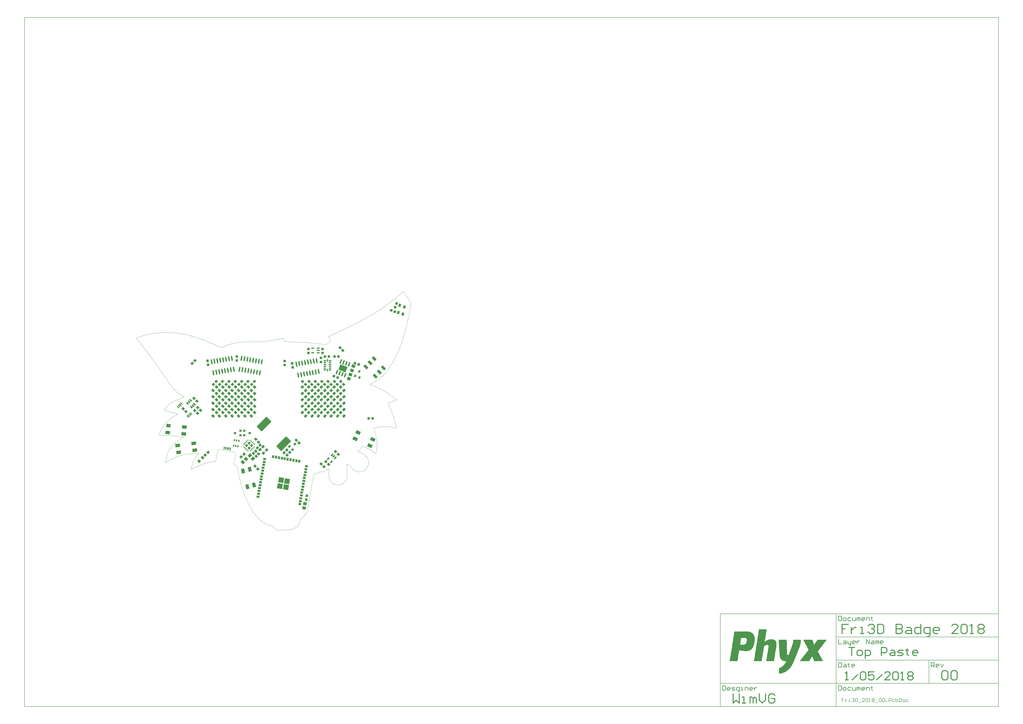
<source format=gtp>
G04*
G04 #@! TF.GenerationSoftware,Altium Limited,Altium Designer,18.1.6 (161)*
G04*
G04 Layer_Color=8421504*
%FSLAX25Y25*%
%MOIN*%
G70*
G01*
G75*
%ADD10C,0.00787*%
%ADD13C,0.00984*%
%ADD14C,0.00394*%
%ADD16C,0.01575*%
G04:AMPARAMS|DCode=18|XSize=86.61mil|YSize=86.61mil|CornerRadius=0mil|HoleSize=0mil|Usage=FLASHONLY|Rotation=170.000|XOffset=0mil|YOffset=0mil|HoleType=Round|Shape=Rectangle|*
%AMROTATEDRECTD18*
4,1,4,0.05017,0.03513,0.03513,-0.05017,-0.05017,-0.03513,-0.03513,0.05017,0.05017,0.03513,0.0*
%
%ADD18ROTATEDRECTD18*%

G04:AMPARAMS|DCode=19|XSize=39.37mil|YSize=39.37mil|CornerRadius=0mil|HoleSize=0mil|Usage=FLASHONLY|Rotation=45.000|XOffset=0mil|YOffset=0mil|HoleType=Round|Shape=Rectangle|*
%AMROTATEDRECTD19*
4,1,4,0.00000,-0.02784,-0.02784,0.00000,0.00000,0.02784,0.02784,0.00000,0.00000,-0.02784,0.0*
%
%ADD19ROTATEDRECTD19*%

G04:AMPARAMS|DCode=20|XSize=39.37mil|YSize=39.37mil|CornerRadius=0mil|HoleSize=0mil|Usage=FLASHONLY|Rotation=315.000|XOffset=0mil|YOffset=0mil|HoleType=Round|Shape=Rectangle|*
%AMROTATEDRECTD20*
4,1,4,-0.02784,0.00000,0.00000,0.02784,0.02784,0.00000,0.00000,-0.02784,-0.02784,0.00000,0.0*
%
%ADD20ROTATEDRECTD20*%

%ADD21R,0.04331X0.03937*%
G04:AMPARAMS|DCode=22|XSize=39.37mil|YSize=43.31mil|CornerRadius=0mil|HoleSize=0mil|Usage=FLASHONLY|Rotation=315.000|XOffset=0mil|YOffset=0mil|HoleType=Round|Shape=Rectangle|*
%AMROTATEDRECTD22*
4,1,4,-0.02923,-0.00139,0.00139,0.02923,0.02923,0.00139,-0.00139,-0.02923,-0.02923,-0.00139,0.0*
%
%ADD22ROTATEDRECTD22*%

G04:AMPARAMS|DCode=23|XSize=39.37mil|YSize=43.31mil|CornerRadius=0mil|HoleSize=0mil|Usage=FLASHONLY|Rotation=45.000|XOffset=0mil|YOffset=0mil|HoleType=Round|Shape=Rectangle|*
%AMROTATEDRECTD23*
4,1,4,0.00139,-0.02923,-0.02923,0.00139,-0.00139,0.02923,0.02923,-0.00139,0.00139,-0.02923,0.0*
%
%ADD23ROTATEDRECTD23*%

%ADD24R,0.03937X0.03347*%
%ADD25R,0.03937X0.03347*%
G04:AMPARAMS|DCode=26|XSize=33.47mil|YSize=39.37mil|CornerRadius=0mil|HoleSize=0mil|Usage=FLASHONLY|Rotation=315.000|XOffset=0mil|YOffset=0mil|HoleType=Round|Shape=Rectangle|*
%AMROTATEDRECTD26*
4,1,4,-0.02575,-0.00209,0.00209,0.02575,0.02575,0.00209,-0.00209,-0.02575,-0.02575,-0.00209,0.0*
%
%ADD26ROTATEDRECTD26*%

G04:AMPARAMS|DCode=27|XSize=33.47mil|YSize=39.37mil|CornerRadius=0mil|HoleSize=0mil|Usage=FLASHONLY|Rotation=315.000|XOffset=0mil|YOffset=0mil|HoleType=Round|Shape=Rectangle|*
%AMROTATEDRECTD27*
4,1,4,-0.02575,-0.00209,0.00209,0.02575,0.02575,0.00209,-0.00209,-0.02575,-0.02575,-0.00209,0.0*
%
%ADD27ROTATEDRECTD27*%

G04:AMPARAMS|DCode=28|XSize=33.47mil|YSize=39.37mil|CornerRadius=0mil|HoleSize=0mil|Usage=FLASHONLY|Rotation=340.000|XOffset=0mil|YOffset=0mil|HoleType=Round|Shape=Rectangle|*
%AMROTATEDRECTD28*
4,1,4,-0.02246,-0.01278,-0.00899,0.02422,0.02246,0.01278,0.00899,-0.02422,-0.02246,-0.01278,0.0*
%
%ADD28ROTATEDRECTD28*%

G04:AMPARAMS|DCode=29|XSize=33.47mil|YSize=39.37mil|CornerRadius=0mil|HoleSize=0mil|Usage=FLASHONLY|Rotation=340.000|XOffset=0mil|YOffset=0mil|HoleType=Round|Shape=Rectangle|*
%AMROTATEDRECTD29*
4,1,4,-0.02246,-0.01278,-0.00899,0.02422,0.02246,0.01278,0.00899,-0.02422,-0.02246,-0.01278,0.0*
%
%ADD29ROTATEDRECTD29*%

G04:AMPARAMS|DCode=30|XSize=21.65mil|YSize=31.5mil|CornerRadius=0mil|HoleSize=0mil|Usage=FLASHONLY|Rotation=170.000|XOffset=0mil|YOffset=0mil|HoleType=Round|Shape=Rectangle|*
%AMROTATEDRECTD30*
4,1,4,0.01340,0.01363,0.00793,-0.01739,-0.01340,-0.01363,-0.00793,0.01739,0.01340,0.01363,0.0*
%
%ADD30ROTATEDRECTD30*%

G04:AMPARAMS|DCode=31|XSize=17.72mil|YSize=43.31mil|CornerRadius=0mil|HoleSize=0mil|Usage=FLASHONLY|Rotation=170.000|XOffset=0mil|YOffset=0mil|HoleType=Round|Shape=Rectangle|*
%AMROTATEDRECTD31*
4,1,4,0.01248,0.01979,0.00496,-0.02286,-0.01248,-0.01979,-0.00496,0.02286,0.01248,0.01979,0.0*
%
%ADD31ROTATEDRECTD31*%

G04:AMPARAMS|DCode=32|XSize=118.11mil|YSize=236.22mil|CornerRadius=0mil|HoleSize=0mil|Usage=FLASHONLY|Rotation=315.000|XOffset=0mil|YOffset=0mil|HoleType=Round|Shape=Rectangle|*
%AMROTATEDRECTD32*
4,1,4,-0.12528,-0.04176,0.04176,0.12528,0.12528,0.04176,-0.04176,-0.12528,-0.12528,-0.04176,0.0*
%
%ADD32ROTATEDRECTD32*%

G04:AMPARAMS|DCode=33|XSize=43.31mil|YSize=76.77mil|CornerRadius=10.83mil|HoleSize=0mil|Usage=FLASHONLY|Rotation=225.000|XOffset=0mil|YOffset=0mil|HoleType=Round|Shape=RoundedRectangle|*
%AMROUNDEDRECTD33*
21,1,0.04331,0.05512,0,0,225.0*
21,1,0.02165,0.07677,0,0,225.0*
1,1,0.02165,-0.02714,0.01183*
1,1,0.02165,-0.01183,0.02714*
1,1,0.02165,0.02714,-0.01183*
1,1,0.02165,0.01183,-0.02714*
%
%ADD33ROUNDEDRECTD33*%
G04:AMPARAMS|DCode=34|XSize=43.31mil|YSize=76.77mil|CornerRadius=0mil|HoleSize=0mil|Usage=FLASHONLY|Rotation=45.000|XOffset=0mil|YOffset=0mil|HoleType=Round|Shape=Rectangle|*
%AMROTATEDRECTD34*
4,1,4,0.01183,-0.04245,-0.04245,0.01183,-0.01183,0.04245,0.04245,-0.01183,0.01183,-0.04245,0.0*
%
%ADD34ROTATEDRECTD34*%

G04:AMPARAMS|DCode=35|XSize=70.87mil|YSize=55.12mil|CornerRadius=0mil|HoleSize=0mil|Usage=FLASHONLY|Rotation=355.000|XOffset=0mil|YOffset=0mil|HoleType=Round|Shape=Rectangle|*
%AMROTATEDRECTD35*
4,1,4,-0.03770,-0.02437,-0.03290,0.03054,0.03770,0.02437,0.03290,-0.03054,-0.03770,-0.02437,0.0*
%
%ADD35ROTATEDRECTD35*%

G04:AMPARAMS|DCode=36|XSize=78.74mil|YSize=55.12mil|CornerRadius=0mil|HoleSize=0mil|Usage=FLASHONLY|Rotation=355.000|XOffset=0mil|YOffset=0mil|HoleType=Round|Shape=Rectangle|*
%AMROTATEDRECTD36*
4,1,4,-0.04162,-0.02402,-0.03682,0.03089,0.04162,0.02402,0.03682,-0.03089,-0.04162,-0.02402,0.0*
%
%ADD36ROTATEDRECTD36*%

G04:AMPARAMS|DCode=37|XSize=78.74mil|YSize=55.12mil|CornerRadius=0mil|HoleSize=0mil|Usage=FLASHONLY|Rotation=8.000|XOffset=0mil|YOffset=0mil|HoleType=Round|Shape=Rectangle|*
%AMROTATEDRECTD37*
4,1,4,-0.03515,-0.03277,-0.04282,0.02181,0.03515,0.03277,0.04282,-0.02181,-0.03515,-0.03277,0.0*
%
%ADD37ROTATEDRECTD37*%

G04:AMPARAMS|DCode=38|XSize=78.74mil|YSize=55.12mil|CornerRadius=0mil|HoleSize=0mil|Usage=FLASHONLY|Rotation=285.000|XOffset=0mil|YOffset=0mil|HoleType=Round|Shape=Rectangle|*
%AMROTATEDRECTD38*
4,1,4,-0.03681,0.03090,0.01643,0.04516,0.03681,-0.03090,-0.01643,-0.04516,-0.03681,0.03090,0.0*
%
%ADD38ROTATEDRECTD38*%

G04:AMPARAMS|DCode=39|XSize=23.62mil|YSize=45.28mil|CornerRadius=0mil|HoleSize=0mil|Usage=FLASHONLY|Rotation=315.000|XOffset=0mil|YOffset=0mil|HoleType=Round|Shape=Rectangle|*
%AMROTATEDRECTD39*
4,1,4,-0.02436,-0.00766,0.00766,0.02436,0.02436,0.00766,-0.00766,-0.02436,-0.02436,-0.00766,0.0*
%
%ADD39ROTATEDRECTD39*%

%ADD40R,0.04528X0.02362*%
G04:AMPARAMS|DCode=41|XSize=23.62mil|YSize=45.28mil|CornerRadius=0mil|HoleSize=0mil|Usage=FLASHONLY|Rotation=45.000|XOffset=0mil|YOffset=0mil|HoleType=Round|Shape=Rectangle|*
%AMROTATEDRECTD41*
4,1,4,0.00766,-0.02436,-0.02436,0.00766,-0.00766,0.02436,0.02436,-0.00766,0.00766,-0.02436,0.0*
%
%ADD41ROTATEDRECTD41*%

G04:AMPARAMS|DCode=42|XSize=17.72mil|YSize=55.12mil|CornerRadius=0mil|HoleSize=0mil|Usage=FLASHONLY|Rotation=225.000|XOffset=0mil|YOffset=0mil|HoleType=Round|Shape=Round|*
%AMOVALD42*
21,1,0.03740,0.01772,0.00000,0.00000,315.0*
1,1,0.01772,-0.01322,0.01322*
1,1,0.01772,0.01322,-0.01322*
%
%ADD42OVALD42*%

G04:AMPARAMS|DCode=43|XSize=94.88mil|YSize=129.92mil|CornerRadius=0mil|HoleSize=0mil|Usage=FLASHONLY|Rotation=70.000|XOffset=0mil|YOffset=0mil|HoleType=Round|Shape=Rectangle|*
%AMROTATEDRECTD43*
4,1,4,0.04482,-0.06680,-0.07727,-0.02236,-0.04482,0.06680,0.07727,0.02236,0.04482,-0.06680,0.0*
%
%ADD43ROTATEDRECTD43*%

G04:AMPARAMS|DCode=44|XSize=23.62mil|YSize=78.74mil|CornerRadius=0mil|HoleSize=0mil|Usage=FLASHONLY|Rotation=160.000|XOffset=0mil|YOffset=0mil|HoleType=Round|Shape=Round|*
%AMOVALD44*
21,1,0.05512,0.02362,0.00000,0.00000,250.0*
1,1,0.02362,0.00943,0.02590*
1,1,0.02362,-0.00943,-0.02590*
%
%ADD44OVALD44*%

G04:AMPARAMS|DCode=45|XSize=23.62mil|YSize=86.61mil|CornerRadius=0mil|HoleSize=0mil|Usage=FLASHONLY|Rotation=190.000|XOffset=0mil|YOffset=0mil|HoleType=Round|Shape=Round|*
%AMOVALD45*
21,1,0.06299,0.02362,0.00000,0.00000,280.0*
1,1,0.02362,-0.00547,0.03102*
1,1,0.02362,0.00547,-0.03102*
%
%ADD45OVALD45*%

G04:AMPARAMS|DCode=46|XSize=23.62mil|YSize=86.61mil|CornerRadius=0mil|HoleSize=0mil|Usage=FLASHONLY|Rotation=170.000|XOffset=0mil|YOffset=0mil|HoleType=Round|Shape=Round|*
%AMOVALD46*
21,1,0.06299,0.02362,0.00000,0.00000,260.0*
1,1,0.02362,0.00547,0.03102*
1,1,0.02362,-0.00547,-0.03102*
%
%ADD46OVALD46*%

%ADD47O,0.02165X0.04508*%
%ADD48O,0.04508X0.02165*%
G04:AMPARAMS|DCode=49|XSize=78.74mil|YSize=55.12mil|CornerRadius=0mil|HoleSize=0mil|Usage=FLASHONLY|Rotation=155.000|XOffset=0mil|YOffset=0mil|HoleType=Round|Shape=Rectangle|*
%AMROTATEDRECTD49*
4,1,4,0.04733,0.00834,0.02403,-0.04162,-0.04733,-0.00834,-0.02403,0.04162,0.04733,0.00834,0.0*
%
%ADD49ROTATEDRECTD49*%

G04:AMPARAMS|DCode=50|XSize=47.24mil|YSize=35.43mil|CornerRadius=0mil|HoleSize=0mil|Usage=FLASHONLY|Rotation=170.000|XOffset=0mil|YOffset=0mil|HoleType=Round|Shape=Rectangle|*
%AMROTATEDRECTD50*
4,1,4,0.02634,0.01335,0.02019,-0.02155,-0.02634,-0.01335,-0.02019,0.02155,0.02634,0.01335,0.0*
%
%ADD50ROTATEDRECTD50*%

G04:AMPARAMS|DCode=51|XSize=35.43mil|YSize=47.24mil|CornerRadius=0mil|HoleSize=0mil|Usage=FLASHONLY|Rotation=170.000|XOffset=0mil|YOffset=0mil|HoleType=Round|Shape=Rectangle|*
%AMROTATEDRECTD51*
4,1,4,0.02155,0.02019,0.01335,-0.02634,-0.02155,-0.02019,-0.01335,0.02634,0.02155,0.02019,0.0*
%
%ADD51ROTATEDRECTD51*%

G04:AMPARAMS|DCode=52|XSize=9.84mil|YSize=29.53mil|CornerRadius=0mil|HoleSize=0mil|Usage=FLASHONLY|Rotation=135.000|XOffset=0mil|YOffset=0mil|HoleType=Round|Shape=Round|*
%AMOVALD52*
21,1,0.01968,0.00984,0.00000,0.00000,225.0*
1,1,0.00984,0.00696,0.00696*
1,1,0.00984,-0.00696,-0.00696*
%
%ADD52OVALD52*%

G04:AMPARAMS|DCode=53|XSize=9.84mil|YSize=29.53mil|CornerRadius=0mil|HoleSize=0mil|Usage=FLASHONLY|Rotation=45.000|XOffset=0mil|YOffset=0mil|HoleType=Round|Shape=Round|*
%AMOVALD53*
21,1,0.01968,0.00984,0.00000,0.00000,135.0*
1,1,0.00984,0.00696,-0.00696*
1,1,0.00984,-0.00696,0.00696*
%
%ADD53OVALD53*%

G04:AMPARAMS|DCode=54|XSize=51.18mil|YSize=39.37mil|CornerRadius=0mil|HoleSize=0mil|Usage=FLASHONLY|Rotation=135.000|XOffset=0mil|YOffset=0mil|HoleType=Round|Shape=Rectangle|*
%AMROTATEDRECTD54*
4,1,4,0.03202,-0.00418,0.00418,-0.03202,-0.03202,0.00418,-0.00418,0.03202,0.03202,-0.00418,0.0*
%
%ADD54ROTATEDRECTD54*%

G04:AMPARAMS|DCode=55|XSize=51.18mil|YSize=39.37mil|CornerRadius=0mil|HoleSize=0mil|Usage=FLASHONLY|Rotation=225.000|XOffset=0mil|YOffset=0mil|HoleType=Round|Shape=Rectangle|*
%AMROTATEDRECTD55*
4,1,4,0.00418,0.03202,0.03202,0.00418,-0.00418,-0.03202,-0.03202,-0.00418,0.00418,0.03202,0.0*
%
%ADD55ROTATEDRECTD55*%

G04:AMPARAMS|DCode=56|XSize=51.18mil|YSize=39.37mil|CornerRadius=0mil|HoleSize=0mil|Usage=FLASHONLY|Rotation=250.000|XOffset=0mil|YOffset=0mil|HoleType=Round|Shape=Rectangle|*
%AMROTATEDRECTD56*
4,1,4,-0.00974,0.03078,0.02725,0.01732,0.00974,-0.03078,-0.02725,-0.01732,-0.00974,0.03078,0.0*
%
%ADD56ROTATEDRECTD56*%

%ADD57R,0.03937X0.04331*%
G04:AMPARAMS|DCode=58|XSize=39.37mil|YSize=43.31mil|CornerRadius=0mil|HoleSize=0mil|Usage=FLASHONLY|Rotation=170.000|XOffset=0mil|YOffset=0mil|HoleType=Round|Shape=Rectangle|*
%AMROTATEDRECTD58*
4,1,4,0.02315,0.01791,0.01563,-0.02474,-0.02315,-0.01791,-0.01563,0.02474,0.02315,0.01791,0.0*
%
%ADD58ROTATEDRECTD58*%

G04:AMPARAMS|DCode=59|XSize=39.37mil|YSize=43.31mil|CornerRadius=0mil|HoleSize=0mil|Usage=FLASHONLY|Rotation=10.000|XOffset=0mil|YOffset=0mil|HoleType=Round|Shape=Rectangle|*
%AMROTATEDRECTD59*
4,1,4,-0.01563,-0.02474,-0.02315,0.01791,0.01563,0.02474,0.02315,-0.01791,-0.01563,-0.02474,0.0*
%
%ADD59ROTATEDRECTD59*%

G04:AMPARAMS|DCode=60|XSize=39.37mil|YSize=43.31mil|CornerRadius=0mil|HoleSize=0mil|Usage=FLASHONLY|Rotation=250.000|XOffset=0mil|YOffset=0mil|HoleType=Round|Shape=Rectangle|*
%AMROTATEDRECTD60*
4,1,4,-0.01362,0.02590,0.02708,0.01109,0.01362,-0.02590,-0.02708,-0.01109,-0.01362,0.02590,0.0*
%
%ADD60ROTATEDRECTD60*%

G04:AMPARAMS|DCode=61|XSize=59.06mil|YSize=51.18mil|CornerRadius=0mil|HoleSize=0mil|Usage=FLASHONLY|Rotation=135.000|XOffset=0mil|YOffset=0mil|HoleType=Round|Shape=Rectangle|*
%AMROTATEDRECTD61*
4,1,4,0.03897,-0.00278,0.00278,-0.03897,-0.03897,0.00278,-0.00278,0.03897,0.03897,-0.00278,0.0*
%
%ADD61ROTATEDRECTD61*%

G04:AMPARAMS|DCode=62|XSize=59.06mil|YSize=51.18mil|CornerRadius=0mil|HoleSize=0mil|Usage=FLASHONLY|Rotation=225.000|XOffset=0mil|YOffset=0mil|HoleType=Round|Shape=Rectangle|*
%AMROTATEDRECTD62*
4,1,4,0.00278,0.03897,0.03897,0.00278,-0.00278,-0.03897,-0.03897,-0.00278,0.00278,0.03897,0.0*
%
%ADD62ROTATEDRECTD62*%

G04:AMPARAMS|DCode=63|XSize=59.06mil|YSize=51.18mil|CornerRadius=0mil|HoleSize=0mil|Usage=FLASHONLY|Rotation=350.000|XOffset=0mil|YOffset=0mil|HoleType=Round|Shape=Rectangle|*
%AMROTATEDRECTD63*
4,1,4,-0.03352,-0.02007,-0.02464,0.03033,0.03352,0.02007,0.02464,-0.03033,-0.03352,-0.02007,0.0*
%
%ADD63ROTATEDRECTD63*%

G04:AMPARAMS|DCode=64|XSize=59.06mil|YSize=51.18mil|CornerRadius=0mil|HoleSize=0mil|Usage=FLASHONLY|Rotation=160.000|XOffset=0mil|YOffset=0mil|HoleType=Round|Shape=Rectangle|*
%AMROTATEDRECTD64*
4,1,4,0.03650,0.01395,0.01899,-0.03415,-0.03650,-0.01395,-0.01899,0.03415,0.03650,0.01395,0.0*
%
%ADD64ROTATEDRECTD64*%

G04:AMPARAMS|DCode=65|XSize=39.37mil|YSize=43.31mil|CornerRadius=0mil|HoleSize=0mil|Usage=FLASHONLY|Rotation=340.000|XOffset=0mil|YOffset=0mil|HoleType=Round|Shape=Rectangle|*
%AMROTATEDRECTD65*
4,1,4,-0.02590,-0.01362,-0.01109,0.02708,0.02590,0.01362,0.01109,-0.02708,-0.02590,-0.01362,0.0*
%
%ADD65ROTATEDRECTD65*%

G36*
X805658Y-172050D02*
X807376D01*
Y-172336D01*
X808235D01*
Y-172623D01*
X809094D01*
Y-172909D01*
X809953D01*
Y-173195D01*
X810526D01*
Y-173481D01*
X810812D01*
Y-173768D01*
X811385D01*
Y-174054D01*
X811671D01*
Y-174340D01*
X812243D01*
Y-174627D01*
X812530D01*
Y-174913D01*
X812816D01*
Y-175199D01*
X813103D01*
Y-175486D01*
X813389D01*
Y-175772D01*
X813675D01*
Y-176058D01*
X813961D01*
Y-176345D01*
Y-176631D01*
X814248D01*
Y-176917D01*
X814534D01*
Y-177204D01*
Y-177490D01*
X814820D01*
Y-177776D01*
X815107D01*
Y-178062D01*
Y-178349D01*
X815393D01*
Y-178635D01*
Y-178921D01*
Y-179208D01*
X815679D01*
Y-179494D01*
Y-179780D01*
Y-180067D01*
X815966D01*
Y-180353D01*
Y-180639D01*
Y-180926D01*
Y-181212D01*
X816252D01*
Y-181498D01*
Y-181784D01*
Y-182071D01*
Y-182357D01*
Y-182643D01*
X816538D01*
Y-182930D01*
Y-183216D01*
Y-183502D01*
Y-183789D01*
Y-184075D01*
Y-184361D01*
Y-184648D01*
Y-184934D01*
Y-185220D01*
Y-185507D01*
Y-185793D01*
Y-186079D01*
Y-186365D01*
Y-186652D01*
Y-186938D01*
Y-187224D01*
Y-187511D01*
Y-187797D01*
Y-188083D01*
Y-188370D01*
X816252D01*
Y-188656D01*
Y-188942D01*
Y-189229D01*
Y-189515D01*
Y-189801D01*
Y-190088D01*
Y-190374D01*
X815966D01*
Y-190660D01*
Y-190946D01*
Y-191233D01*
Y-191519D01*
Y-191806D01*
X815679D01*
Y-192092D01*
Y-192378D01*
Y-192664D01*
Y-192951D01*
Y-193237D01*
X815393D01*
Y-193523D01*
Y-193810D01*
Y-194096D01*
X815107D01*
Y-194382D01*
Y-194669D01*
Y-194955D01*
Y-195241D01*
X814820D01*
Y-195528D01*
Y-195814D01*
Y-196100D01*
X814534D01*
Y-196387D01*
Y-196673D01*
X814248D01*
Y-196959D01*
Y-197245D01*
Y-197532D01*
X813961D01*
Y-197818D01*
Y-198104D01*
X813675D01*
Y-198391D01*
Y-198677D01*
X813389D01*
Y-198963D01*
Y-199250D01*
X813103D01*
Y-199536D01*
X812816D01*
Y-199822D01*
Y-200109D01*
X812530D01*
Y-200395D01*
X812243D01*
Y-200681D01*
X811957D01*
Y-200968D01*
Y-201254D01*
X811671D01*
Y-201540D01*
X811385D01*
Y-201826D01*
X811098D01*
Y-202113D01*
X810812D01*
Y-202399D01*
X810526D01*
Y-202685D01*
X809953D01*
Y-202972D01*
X809667D01*
Y-203258D01*
X809094D01*
Y-203544D01*
X808808D01*
Y-203831D01*
X808235D01*
Y-204117D01*
X807376D01*
Y-204403D01*
X806517D01*
Y-204690D01*
X805658D01*
Y-204976D01*
X803940D01*
Y-205262D01*
X798787D01*
Y-204976D01*
X796210D01*
Y-204690D01*
X794206D01*
Y-204403D01*
X792774D01*
Y-204117D01*
X791343D01*
Y-203831D01*
X789911D01*
Y-204117D01*
Y-204403D01*
Y-204690D01*
Y-204976D01*
Y-205262D01*
Y-205549D01*
Y-205835D01*
X789625D01*
Y-206121D01*
Y-206407D01*
Y-206694D01*
Y-206980D01*
Y-207266D01*
Y-207553D01*
X789338D01*
Y-207839D01*
Y-208125D01*
Y-208412D01*
Y-208698D01*
Y-208984D01*
Y-209271D01*
X789052D01*
Y-209557D01*
Y-209843D01*
Y-210129D01*
Y-210416D01*
Y-210702D01*
Y-210988D01*
Y-211275D01*
X788766D01*
Y-211561D01*
Y-211847D01*
Y-212134D01*
Y-212420D01*
Y-212706D01*
Y-212993D01*
X788480D01*
Y-213279D01*
Y-213565D01*
Y-213851D01*
Y-214138D01*
Y-214424D01*
Y-214710D01*
X788193D01*
Y-214997D01*
Y-215283D01*
Y-215569D01*
Y-215856D01*
Y-216142D01*
Y-216428D01*
Y-216715D01*
X787907D01*
Y-217001D01*
Y-217287D01*
Y-217574D01*
Y-217860D01*
Y-218146D01*
Y-218433D01*
X787621D01*
Y-218719D01*
Y-219005D01*
Y-219291D01*
Y-219578D01*
Y-219864D01*
Y-220150D01*
X787334D01*
Y-220437D01*
Y-220723D01*
Y-221009D01*
Y-221296D01*
Y-221582D01*
Y-221868D01*
Y-222155D01*
X773878D01*
Y-221868D01*
X774164D01*
Y-221582D01*
Y-221296D01*
Y-221009D01*
Y-220723D01*
Y-220437D01*
X774450D01*
Y-220150D01*
Y-219864D01*
Y-219578D01*
Y-219291D01*
Y-219005D01*
Y-218719D01*
Y-218433D01*
X774737D01*
Y-218146D01*
Y-217860D01*
Y-217574D01*
Y-217287D01*
Y-217001D01*
Y-216715D01*
X775023D01*
Y-216428D01*
Y-216142D01*
Y-215856D01*
Y-215569D01*
Y-215283D01*
Y-214997D01*
X775309D01*
Y-214710D01*
Y-214424D01*
Y-214138D01*
Y-213851D01*
Y-213565D01*
Y-213279D01*
Y-212993D01*
X775596D01*
Y-212706D01*
Y-212420D01*
Y-212134D01*
Y-211847D01*
Y-211561D01*
Y-211275D01*
X775882D01*
Y-210988D01*
Y-210702D01*
Y-210416D01*
Y-210129D01*
Y-209843D01*
Y-209557D01*
X776168D01*
Y-209271D01*
Y-208984D01*
Y-208698D01*
Y-208412D01*
Y-208125D01*
Y-207839D01*
X776454D01*
Y-207553D01*
Y-207266D01*
Y-206980D01*
Y-206694D01*
Y-206407D01*
Y-206121D01*
Y-205835D01*
X776741D01*
Y-205549D01*
Y-205262D01*
Y-204976D01*
Y-204690D01*
Y-204403D01*
Y-204117D01*
X777027D01*
Y-203831D01*
Y-203544D01*
Y-203258D01*
Y-202972D01*
Y-202685D01*
Y-202399D01*
X777313D01*
Y-202113D01*
Y-201826D01*
Y-201540D01*
Y-201254D01*
Y-200968D01*
Y-200681D01*
X777600D01*
Y-200395D01*
Y-200109D01*
Y-199822D01*
Y-199536D01*
Y-199250D01*
Y-198963D01*
Y-198677D01*
X777886D01*
Y-198391D01*
Y-198104D01*
Y-197818D01*
Y-197532D01*
Y-197245D01*
Y-196959D01*
X778172D01*
Y-196673D01*
Y-196387D01*
Y-196100D01*
Y-195814D01*
Y-195528D01*
Y-195241D01*
X778459D01*
Y-194955D01*
Y-194669D01*
Y-194382D01*
Y-194096D01*
Y-193810D01*
Y-193523D01*
Y-193237D01*
X778745D01*
Y-192951D01*
Y-192664D01*
Y-192378D01*
Y-192092D01*
Y-191806D01*
Y-191519D01*
X779031D01*
Y-191233D01*
Y-190946D01*
Y-190660D01*
Y-190374D01*
Y-190088D01*
Y-189801D01*
X779318D01*
Y-189515D01*
Y-189229D01*
Y-188942D01*
Y-188656D01*
Y-188370D01*
Y-188083D01*
X779604D01*
Y-187797D01*
Y-187511D01*
Y-187224D01*
Y-186938D01*
Y-186652D01*
Y-186365D01*
Y-186079D01*
X779890D01*
Y-185793D01*
Y-185507D01*
Y-185220D01*
Y-184934D01*
Y-184648D01*
Y-184361D01*
X780176D01*
Y-184075D01*
Y-183789D01*
Y-183502D01*
Y-183216D01*
Y-182930D01*
Y-182643D01*
X780463D01*
Y-182357D01*
Y-182071D01*
Y-181784D01*
Y-181498D01*
Y-181212D01*
Y-180926D01*
Y-180639D01*
X780749D01*
Y-180353D01*
Y-180067D01*
Y-179780D01*
Y-179494D01*
Y-179208D01*
Y-178921D01*
X781035D01*
Y-178635D01*
Y-178349D01*
Y-178062D01*
Y-177776D01*
Y-177490D01*
Y-177204D01*
X781322D01*
Y-176917D01*
Y-176631D01*
Y-176345D01*
Y-176058D01*
Y-175772D01*
Y-175486D01*
Y-175199D01*
X781608D01*
Y-174913D01*
Y-174627D01*
Y-174340D01*
Y-174054D01*
Y-173768D01*
Y-173481D01*
X781894D01*
Y-173195D01*
Y-172909D01*
Y-172623D01*
Y-172336D01*
Y-172050D01*
Y-171764D01*
X805658D01*
Y-172050D01*
D02*
G37*
G36*
X836866Y-168614D02*
Y-168900D01*
X836580D01*
Y-169187D01*
Y-169473D01*
Y-169759D01*
Y-170046D01*
Y-170332D01*
Y-170618D01*
X836294D01*
Y-170905D01*
Y-171191D01*
Y-171477D01*
Y-171764D01*
Y-172050D01*
Y-172336D01*
X836007D01*
Y-172623D01*
Y-172909D01*
Y-173195D01*
Y-173481D01*
Y-173768D01*
Y-174054D01*
Y-174340D01*
X835721D01*
Y-174627D01*
Y-174913D01*
Y-175199D01*
Y-175486D01*
Y-175772D01*
Y-176058D01*
X835435D01*
Y-176345D01*
Y-176631D01*
Y-176917D01*
Y-177204D01*
Y-177490D01*
Y-177776D01*
X835149D01*
Y-178062D01*
Y-178349D01*
Y-178635D01*
Y-178921D01*
Y-179208D01*
Y-179494D01*
Y-179780D01*
X834862D01*
Y-180067D01*
Y-180353D01*
Y-180639D01*
Y-180926D01*
Y-181212D01*
Y-181498D01*
X834576D01*
Y-181784D01*
Y-182071D01*
Y-182357D01*
Y-182643D01*
Y-182930D01*
Y-183216D01*
X834290D01*
Y-183502D01*
Y-183789D01*
Y-184075D01*
Y-184361D01*
Y-184648D01*
Y-184934D01*
X834003D01*
Y-185220D01*
Y-185507D01*
Y-185793D01*
Y-186079D01*
Y-186365D01*
Y-186652D01*
Y-186938D01*
X833717D01*
Y-187224D01*
Y-187511D01*
Y-187797D01*
Y-188083D01*
Y-188370D01*
Y-188656D01*
X833431D01*
Y-188942D01*
Y-189229D01*
X834003D01*
Y-188942D01*
X834290D01*
Y-188656D01*
X834576D01*
Y-188370D01*
X835149D01*
Y-188083D01*
X835435D01*
Y-187797D01*
X835721D01*
Y-187511D01*
X836294D01*
Y-187224D01*
X836866D01*
Y-186938D01*
X837153D01*
Y-186652D01*
X837725D01*
Y-186365D01*
X838584D01*
Y-186079D01*
X839157D01*
Y-185793D01*
X840016D01*
Y-185507D01*
X841448D01*
Y-185220D01*
X847746D01*
Y-185507D01*
X848892D01*
Y-185793D01*
X849751D01*
Y-186079D01*
X850323D01*
Y-186365D01*
X850609D01*
Y-186652D01*
X851182D01*
Y-186938D01*
X851468D01*
Y-187224D01*
X851755D01*
Y-187511D01*
X852041D01*
Y-187797D01*
X852327D01*
Y-188083D01*
Y-188370D01*
X852614D01*
Y-188656D01*
Y-188942D01*
X852900D01*
Y-189229D01*
Y-189515D01*
Y-189801D01*
X853186D01*
Y-190088D01*
Y-190374D01*
Y-190660D01*
Y-190946D01*
X853473D01*
Y-191233D01*
Y-191519D01*
Y-191806D01*
Y-192092D01*
Y-192378D01*
Y-192664D01*
Y-192951D01*
Y-193237D01*
Y-193523D01*
Y-193810D01*
Y-194096D01*
Y-194382D01*
Y-194669D01*
Y-194955D01*
Y-195241D01*
Y-195528D01*
Y-195814D01*
Y-196100D01*
X853186D01*
Y-196387D01*
Y-196673D01*
Y-196959D01*
Y-197245D01*
Y-197532D01*
Y-197818D01*
Y-198104D01*
X852900D01*
Y-198391D01*
Y-198677D01*
Y-198963D01*
Y-199250D01*
Y-199536D01*
Y-199822D01*
Y-200109D01*
X852614D01*
Y-200395D01*
Y-200681D01*
Y-200968D01*
Y-201254D01*
Y-201540D01*
Y-201826D01*
X852327D01*
Y-202113D01*
Y-202399D01*
Y-202685D01*
Y-202972D01*
Y-203258D01*
Y-203544D01*
X852041D01*
Y-203831D01*
Y-204117D01*
Y-204403D01*
Y-204690D01*
Y-204976D01*
Y-205262D01*
X851755D01*
Y-205549D01*
Y-205835D01*
Y-206121D01*
Y-206407D01*
Y-206694D01*
Y-206980D01*
Y-207266D01*
X851468D01*
Y-207553D01*
Y-207839D01*
Y-208125D01*
Y-208412D01*
Y-208698D01*
Y-208984D01*
X851182D01*
Y-209271D01*
Y-209557D01*
Y-209843D01*
Y-210129D01*
Y-210416D01*
Y-210702D01*
X850896D01*
Y-210988D01*
Y-211275D01*
Y-211561D01*
Y-211847D01*
Y-212134D01*
Y-212420D01*
Y-212706D01*
X850609D01*
Y-212993D01*
Y-213279D01*
Y-213565D01*
Y-213851D01*
Y-214138D01*
Y-214424D01*
X850323D01*
Y-214710D01*
Y-214997D01*
Y-215283D01*
Y-215569D01*
Y-215856D01*
Y-216142D01*
X850037D01*
Y-216428D01*
Y-216715D01*
Y-217001D01*
Y-217287D01*
Y-217574D01*
Y-217860D01*
X849751D01*
Y-218146D01*
Y-218433D01*
Y-218719D01*
Y-219005D01*
Y-219291D01*
Y-219578D01*
Y-219864D01*
X849464D01*
Y-220150D01*
Y-220437D01*
Y-220723D01*
Y-221009D01*
Y-221296D01*
Y-221582D01*
X849178D01*
Y-221868D01*
Y-222155D01*
X836007D01*
Y-221868D01*
Y-221582D01*
X836294D01*
Y-221296D01*
Y-221009D01*
Y-220723D01*
Y-220437D01*
Y-220150D01*
Y-219864D01*
X836580D01*
Y-219578D01*
Y-219291D01*
Y-219005D01*
Y-218719D01*
Y-218433D01*
Y-218146D01*
Y-217860D01*
X836866D01*
Y-217574D01*
Y-217287D01*
Y-217001D01*
Y-216715D01*
Y-216428D01*
Y-216142D01*
X837153D01*
Y-215856D01*
Y-215569D01*
Y-215283D01*
Y-214997D01*
Y-214710D01*
Y-214424D01*
X837439D01*
Y-214138D01*
Y-213851D01*
Y-213565D01*
Y-213279D01*
Y-212993D01*
Y-212706D01*
Y-212420D01*
X837725D01*
Y-212134D01*
Y-211847D01*
Y-211561D01*
Y-211275D01*
Y-210988D01*
Y-210702D01*
X838012D01*
Y-210416D01*
Y-210129D01*
Y-209843D01*
Y-209557D01*
Y-209271D01*
Y-208984D01*
Y-208698D01*
X838298D01*
Y-208412D01*
Y-208125D01*
Y-207839D01*
Y-207553D01*
Y-207266D01*
Y-206980D01*
X838584D01*
Y-206694D01*
Y-206407D01*
Y-206121D01*
Y-205835D01*
Y-205549D01*
Y-205262D01*
X838871D01*
Y-204976D01*
Y-204690D01*
Y-204403D01*
Y-204117D01*
Y-203831D01*
Y-203544D01*
X839157D01*
Y-203258D01*
Y-202972D01*
Y-202685D01*
Y-202399D01*
Y-202113D01*
Y-201826D01*
Y-201540D01*
X839443D01*
Y-201254D01*
Y-200968D01*
Y-200681D01*
Y-200395D01*
Y-200109D01*
Y-199822D01*
X839730D01*
Y-199536D01*
Y-199250D01*
Y-198963D01*
Y-198677D01*
Y-198391D01*
Y-198104D01*
Y-197818D01*
X840016D01*
Y-197532D01*
Y-197245D01*
Y-196959D01*
Y-196673D01*
Y-196387D01*
Y-196100D01*
X839730D01*
Y-195814D01*
Y-195528D01*
X839443D01*
Y-195241D01*
X839157D01*
Y-194955D01*
X838584D01*
Y-194669D01*
X836866D01*
Y-194955D01*
X835435D01*
Y-195241D01*
X834576D01*
Y-195528D01*
X834003D01*
Y-195814D01*
X833717D01*
Y-196100D01*
X833144D01*
Y-196387D01*
X832858D01*
Y-196673D01*
X832572D01*
Y-196959D01*
Y-197245D01*
X832285D01*
Y-197532D01*
Y-197818D01*
Y-198104D01*
X831999D01*
Y-198391D01*
Y-198677D01*
Y-198963D01*
Y-199250D01*
Y-199536D01*
Y-199822D01*
X831713D01*
Y-200109D01*
Y-200395D01*
Y-200681D01*
Y-200968D01*
Y-201254D01*
Y-201540D01*
Y-201826D01*
X831427D01*
Y-202113D01*
Y-202399D01*
Y-202685D01*
Y-202972D01*
Y-203258D01*
Y-203544D01*
X831140D01*
Y-203831D01*
Y-204117D01*
Y-204403D01*
Y-204690D01*
Y-204976D01*
Y-205262D01*
X830854D01*
Y-205549D01*
Y-205835D01*
Y-206121D01*
Y-206407D01*
Y-206694D01*
Y-206980D01*
X830568D01*
Y-207266D01*
Y-207553D01*
Y-207839D01*
Y-208125D01*
Y-208412D01*
Y-208698D01*
Y-208984D01*
X830281D01*
Y-209271D01*
Y-209557D01*
Y-209843D01*
Y-210129D01*
Y-210416D01*
Y-210702D01*
X829995D01*
Y-210988D01*
Y-211275D01*
Y-211561D01*
Y-211847D01*
Y-212134D01*
Y-212420D01*
X829709D01*
Y-212706D01*
Y-212993D01*
Y-213279D01*
Y-213565D01*
Y-213851D01*
Y-214138D01*
Y-214424D01*
X829422D01*
Y-214710D01*
Y-214997D01*
Y-215283D01*
Y-215569D01*
Y-215856D01*
Y-216142D01*
X829136D01*
Y-216428D01*
Y-216715D01*
Y-217001D01*
Y-217287D01*
Y-217574D01*
Y-217860D01*
X828850D01*
Y-218146D01*
Y-218433D01*
Y-218719D01*
Y-219005D01*
Y-219291D01*
Y-219578D01*
X828563D01*
Y-219864D01*
Y-220150D01*
Y-220437D01*
Y-220723D01*
Y-221009D01*
Y-221296D01*
Y-221582D01*
X828277D01*
Y-221868D01*
Y-222155D01*
X815107D01*
Y-221868D01*
Y-221582D01*
X815393D01*
Y-221296D01*
Y-221009D01*
Y-220723D01*
Y-220437D01*
Y-220150D01*
Y-219864D01*
Y-219578D01*
X815679D01*
Y-219291D01*
Y-219005D01*
Y-218719D01*
Y-218433D01*
Y-218146D01*
Y-217860D01*
X815966D01*
Y-217574D01*
Y-217287D01*
Y-217001D01*
Y-216715D01*
Y-216428D01*
Y-216142D01*
X816252D01*
Y-215856D01*
Y-215569D01*
Y-215283D01*
Y-214997D01*
Y-214710D01*
Y-214424D01*
Y-214138D01*
X816538D01*
Y-213851D01*
Y-213565D01*
Y-213279D01*
Y-212993D01*
Y-212706D01*
Y-212420D01*
X816825D01*
Y-212134D01*
Y-211847D01*
Y-211561D01*
Y-211275D01*
Y-210988D01*
Y-210702D01*
X817111D01*
Y-210416D01*
Y-210129D01*
Y-209843D01*
Y-209557D01*
Y-209271D01*
Y-208984D01*
X817397D01*
Y-208698D01*
Y-208412D01*
Y-208125D01*
Y-207839D01*
Y-207553D01*
Y-207266D01*
Y-206980D01*
X817684D01*
Y-206694D01*
Y-206407D01*
Y-206121D01*
Y-205835D01*
Y-205549D01*
Y-205262D01*
X817970D01*
Y-204976D01*
Y-204690D01*
Y-204403D01*
Y-204117D01*
Y-203831D01*
Y-203544D01*
X818256D01*
Y-203258D01*
Y-202972D01*
Y-202685D01*
Y-202399D01*
Y-202113D01*
Y-201826D01*
Y-201540D01*
X818542D01*
Y-201254D01*
Y-200968D01*
Y-200681D01*
Y-200395D01*
Y-200109D01*
Y-199822D01*
X818829D01*
Y-199536D01*
Y-199250D01*
Y-198963D01*
Y-198677D01*
Y-198391D01*
Y-198104D01*
X819115D01*
Y-197818D01*
Y-197532D01*
Y-197245D01*
Y-196959D01*
Y-196673D01*
Y-196387D01*
X819401D01*
Y-196100D01*
Y-195814D01*
Y-195528D01*
Y-195241D01*
Y-194955D01*
Y-194669D01*
Y-194382D01*
X819688D01*
Y-194096D01*
Y-193810D01*
Y-193523D01*
Y-193237D01*
Y-192951D01*
Y-192664D01*
X819974D01*
Y-192378D01*
Y-192092D01*
Y-191806D01*
Y-191519D01*
Y-191233D01*
Y-190946D01*
X820260D01*
Y-190660D01*
Y-190374D01*
Y-190088D01*
Y-189801D01*
Y-189515D01*
Y-189229D01*
X820547D01*
Y-188942D01*
Y-188656D01*
Y-188370D01*
Y-188083D01*
Y-187797D01*
Y-187511D01*
Y-187224D01*
X820833D01*
Y-186938D01*
Y-186652D01*
Y-186365D01*
Y-186079D01*
Y-185793D01*
Y-185507D01*
X821119D01*
Y-185220D01*
Y-184934D01*
Y-184648D01*
Y-184361D01*
Y-184075D01*
Y-183789D01*
X821406D01*
Y-183502D01*
Y-183216D01*
Y-182930D01*
Y-182643D01*
Y-182357D01*
Y-182071D01*
Y-181784D01*
X821692D01*
Y-181498D01*
Y-181212D01*
Y-180926D01*
Y-180639D01*
Y-180353D01*
Y-180067D01*
X821978D01*
Y-179780D01*
Y-179494D01*
Y-179208D01*
Y-178921D01*
Y-178635D01*
Y-178349D01*
X822264D01*
Y-178062D01*
Y-177776D01*
Y-177490D01*
Y-177204D01*
Y-176917D01*
Y-176631D01*
X822551D01*
Y-176345D01*
Y-176058D01*
Y-175772D01*
Y-175486D01*
Y-175199D01*
Y-174913D01*
Y-174627D01*
X822837D01*
Y-174340D01*
Y-174054D01*
Y-173768D01*
Y-173481D01*
Y-173195D01*
Y-172909D01*
X823123D01*
Y-172623D01*
Y-172336D01*
Y-172050D01*
Y-171764D01*
Y-171477D01*
Y-171191D01*
X823410D01*
Y-170905D01*
Y-170618D01*
Y-170332D01*
Y-170046D01*
Y-169759D01*
Y-169473D01*
Y-169187D01*
X823696D01*
Y-168900D01*
Y-168614D01*
Y-168328D01*
X836866D01*
Y-168614D01*
D02*
G37*
G36*
X938794Y-186079D02*
X938507D01*
Y-186365D01*
X938221D01*
Y-186652D01*
Y-186938D01*
X937935D01*
Y-187224D01*
X937649D01*
Y-187511D01*
X937362D01*
Y-187797D01*
Y-188083D01*
X937076D01*
Y-188370D01*
X936790D01*
Y-188656D01*
X936503D01*
Y-188942D01*
X936217D01*
Y-189229D01*
Y-189515D01*
X935931D01*
Y-189801D01*
X935644D01*
Y-190088D01*
X935358D01*
Y-190374D01*
Y-190660D01*
X935072D01*
Y-190946D01*
X934785D01*
Y-191233D01*
X934499D01*
Y-191519D01*
X934213D01*
Y-191806D01*
Y-192092D01*
X933926D01*
Y-192378D01*
X933640D01*
Y-192664D01*
X933354D01*
Y-192951D01*
Y-193237D01*
X933068D01*
Y-193523D01*
X932781D01*
Y-193810D01*
X932495D01*
Y-194096D01*
Y-194382D01*
X932209D01*
Y-194669D01*
X931922D01*
Y-194955D01*
X931636D01*
Y-195241D01*
X931350D01*
Y-195528D01*
Y-195814D01*
X931063D01*
Y-196100D01*
X930777D01*
Y-196387D01*
X930491D01*
Y-196673D01*
Y-196959D01*
X930204D01*
Y-197245D01*
X929918D01*
Y-197532D01*
X929632D01*
Y-197818D01*
Y-198104D01*
X929346D01*
Y-198391D01*
X929059D01*
Y-198677D01*
X928773D01*
Y-198963D01*
X928487D01*
Y-199250D01*
Y-199536D01*
X928200D01*
Y-199822D01*
X927914D01*
Y-200109D01*
X927628D01*
Y-200395D01*
Y-200681D01*
X927341D01*
Y-200968D01*
X927055D01*
Y-201254D01*
X926769D01*
Y-201540D01*
Y-201826D01*
X926482D01*
Y-202113D01*
X926196D01*
Y-202399D01*
X925910D01*
Y-202685D01*
X925623D01*
Y-202972D01*
Y-203258D01*
X925337D01*
Y-203544D01*
X925051D01*
Y-203831D01*
X924765D01*
Y-204117D01*
Y-204403D01*
X924478D01*
Y-204690D01*
X924192D01*
Y-204976D01*
X923906D01*
Y-205262D01*
X923619D01*
Y-205549D01*
Y-205835D01*
X923906D01*
Y-206121D01*
Y-206407D01*
X924192D01*
Y-206694D01*
Y-206980D01*
X924478D01*
Y-207266D01*
X924765D01*
Y-207553D01*
Y-207839D01*
X925051D01*
Y-208125D01*
Y-208412D01*
X925337D01*
Y-208698D01*
Y-208984D01*
X925623D01*
Y-209271D01*
Y-209557D01*
X925910D01*
Y-209843D01*
Y-210129D01*
X926196D01*
Y-210416D01*
Y-210702D01*
X926482D01*
Y-210988D01*
Y-211275D01*
X926769D01*
Y-211561D01*
Y-211847D01*
X927055D01*
Y-212134D01*
X927341D01*
Y-212420D01*
Y-212706D01*
X927628D01*
Y-212993D01*
Y-213279D01*
X927914D01*
Y-213565D01*
Y-213851D01*
X928200D01*
Y-214138D01*
Y-214424D01*
X928487D01*
Y-214710D01*
Y-214997D01*
X928773D01*
Y-215283D01*
Y-215569D01*
X929059D01*
Y-215856D01*
Y-216142D01*
X929346D01*
Y-216428D01*
X929632D01*
Y-216715D01*
Y-217001D01*
X929918D01*
Y-217287D01*
Y-217574D01*
X930204D01*
Y-217860D01*
Y-218146D01*
X930491D01*
Y-218433D01*
Y-218719D01*
X930777D01*
Y-219005D01*
Y-219291D01*
X931063D01*
Y-219578D01*
Y-219864D01*
X931350D01*
Y-220150D01*
Y-220437D01*
X931636D01*
Y-220723D01*
X931922D01*
Y-221009D01*
Y-221296D01*
X932209D01*
Y-221582D01*
Y-221868D01*
X932495D01*
Y-222155D01*
X917320D01*
Y-221868D01*
X917034D01*
Y-221582D01*
Y-221296D01*
Y-221009D01*
X916748D01*
Y-220723D01*
Y-220437D01*
Y-220150D01*
X916461D01*
Y-219864D01*
Y-219578D01*
X916175D01*
Y-219291D01*
Y-219005D01*
Y-218719D01*
X915889D01*
Y-218433D01*
Y-218146D01*
Y-217860D01*
X915602D01*
Y-217574D01*
Y-217287D01*
X915316D01*
Y-217001D01*
Y-216715D01*
Y-216428D01*
X915030D01*
Y-216142D01*
Y-215856D01*
Y-215569D01*
X914744D01*
Y-215283D01*
Y-214997D01*
Y-214710D01*
X914457D01*
Y-214424D01*
X913885D01*
Y-214710D01*
Y-214997D01*
X913598D01*
Y-215283D01*
X913312D01*
Y-215569D01*
Y-215856D01*
X913026D01*
Y-216142D01*
X912739D01*
Y-216428D01*
Y-216715D01*
X912453D01*
Y-217001D01*
X912167D01*
Y-217287D01*
Y-217574D01*
X911880D01*
Y-217860D01*
X911594D01*
Y-218146D01*
X911308D01*
Y-218433D01*
Y-218719D01*
X911022D01*
Y-219005D01*
X910735D01*
Y-219291D01*
Y-219578D01*
X910449D01*
Y-219864D01*
X910163D01*
Y-220150D01*
Y-220437D01*
X909876D01*
Y-220723D01*
X909590D01*
Y-221009D01*
Y-221296D01*
X909304D01*
Y-221582D01*
X909017D01*
Y-221868D01*
Y-222155D01*
X892984D01*
Y-221868D01*
X893270D01*
Y-221582D01*
X893556D01*
Y-221296D01*
X893843D01*
Y-221009D01*
X894129D01*
Y-220723D01*
Y-220437D01*
X894415D01*
Y-220150D01*
X894702D01*
Y-219864D01*
X894988D01*
Y-219578D01*
X895274D01*
Y-219291D01*
Y-219005D01*
X895561D01*
Y-218719D01*
X895847D01*
Y-218433D01*
X896133D01*
Y-218146D01*
Y-217860D01*
X896420D01*
Y-217574D01*
X896706D01*
Y-217287D01*
X896992D01*
Y-217001D01*
X897278D01*
Y-216715D01*
Y-216428D01*
X897565D01*
Y-216142D01*
X897851D01*
Y-215856D01*
X898137D01*
Y-215569D01*
X898424D01*
Y-215283D01*
Y-214997D01*
X898710D01*
Y-214710D01*
X898996D01*
Y-214424D01*
X899283D01*
Y-214138D01*
Y-213851D01*
X899569D01*
Y-213565D01*
X899855D01*
Y-213279D01*
X900142D01*
Y-212993D01*
X900428D01*
Y-212706D01*
Y-212420D01*
X900714D01*
Y-212134D01*
X901000D01*
Y-211847D01*
X901287D01*
Y-211561D01*
Y-211275D01*
X901573D01*
Y-210988D01*
X901859D01*
Y-210702D01*
X902146D01*
Y-210416D01*
X902432D01*
Y-210129D01*
Y-209843D01*
X902718D01*
Y-209557D01*
X903005D01*
Y-209271D01*
X903291D01*
Y-208984D01*
Y-208698D01*
X903577D01*
Y-208412D01*
X903864D01*
Y-208125D01*
X904150D01*
Y-207839D01*
X904436D01*
Y-207553D01*
Y-207266D01*
X904723D01*
Y-206980D01*
X905009D01*
Y-206694D01*
X905295D01*
Y-206407D01*
X905581D01*
Y-206121D01*
Y-205835D01*
X905868D01*
Y-205549D01*
X906154D01*
Y-205262D01*
X906441D01*
Y-204976D01*
Y-204690D01*
X906727D01*
Y-204403D01*
X907013D01*
Y-204117D01*
X907299D01*
Y-203831D01*
X907586D01*
Y-203544D01*
Y-203258D01*
X907872D01*
Y-202972D01*
Y-202685D01*
Y-202399D01*
X907586D01*
Y-202113D01*
X907299D01*
Y-201826D01*
Y-201540D01*
X907013D01*
Y-201254D01*
Y-200968D01*
X906727D01*
Y-200681D01*
Y-200395D01*
X906441D01*
Y-200109D01*
Y-199822D01*
X906154D01*
Y-199536D01*
Y-199250D01*
X905868D01*
Y-198963D01*
Y-198677D01*
X905581D01*
Y-198391D01*
X905295D01*
Y-198104D01*
Y-197818D01*
X905009D01*
Y-197532D01*
Y-197245D01*
X904723D01*
Y-196959D01*
Y-196673D01*
X904436D01*
Y-196387D01*
Y-196100D01*
X904150D01*
Y-195814D01*
Y-195528D01*
X903864D01*
Y-195241D01*
Y-194955D01*
X903577D01*
Y-194669D01*
X903291D01*
Y-194382D01*
Y-194096D01*
X903005D01*
Y-193810D01*
Y-193523D01*
X902718D01*
Y-193237D01*
Y-192951D01*
X902432D01*
Y-192664D01*
Y-192378D01*
X902146D01*
Y-192092D01*
Y-191806D01*
X901859D01*
Y-191519D01*
Y-191233D01*
X901573D01*
Y-190946D01*
Y-190660D01*
X901287D01*
Y-190374D01*
X901000D01*
Y-190088D01*
Y-189801D01*
X900714D01*
Y-189515D01*
Y-189229D01*
X900428D01*
Y-188942D01*
Y-188656D01*
X900142D01*
Y-188370D01*
Y-188083D01*
X899855D01*
Y-187797D01*
Y-187511D01*
X899569D01*
Y-187224D01*
Y-186938D01*
X899283D01*
Y-186652D01*
X898996D01*
Y-186365D01*
Y-186079D01*
X898710D01*
Y-185793D01*
X914457D01*
Y-186079D01*
X914744D01*
Y-186365D01*
Y-186652D01*
Y-186938D01*
X915030D01*
Y-187224D01*
Y-187511D01*
Y-187797D01*
X915316D01*
Y-188083D01*
Y-188370D01*
Y-188656D01*
X915602D01*
Y-188942D01*
Y-189229D01*
Y-189515D01*
X915889D01*
Y-189801D01*
Y-190088D01*
Y-190374D01*
X916175D01*
Y-190660D01*
Y-190946D01*
Y-191233D01*
X916461D01*
Y-191519D01*
Y-191806D01*
Y-192092D01*
X916748D01*
Y-192378D01*
Y-192664D01*
Y-192951D01*
X917034D01*
Y-193237D01*
Y-193523D01*
Y-193810D01*
Y-194096D01*
X917607D01*
Y-193810D01*
X917893D01*
Y-193523D01*
X918179D01*
Y-193237D01*
Y-192951D01*
X918466D01*
Y-192664D01*
X918752D01*
Y-192378D01*
Y-192092D01*
X919038D01*
Y-191806D01*
X919324D01*
Y-191519D01*
Y-191233D01*
X919611D01*
Y-190946D01*
X919897D01*
Y-190660D01*
Y-190374D01*
X920183D01*
Y-190088D01*
X920470D01*
Y-189801D01*
Y-189515D01*
X920756D01*
Y-189229D01*
X921042D01*
Y-188942D01*
Y-188656D01*
X921329D01*
Y-188370D01*
X921615D01*
Y-188083D01*
Y-187797D01*
X921901D01*
Y-187511D01*
X922188D01*
Y-187224D01*
Y-186938D01*
X922474D01*
Y-186652D01*
X922760D01*
Y-186365D01*
Y-186079D01*
X923047D01*
Y-185793D01*
X938794D01*
Y-186079D01*
D02*
G37*
G36*
X894702D02*
Y-186365D01*
Y-186652D01*
Y-186938D01*
Y-187224D01*
Y-187511D01*
Y-187797D01*
Y-188083D01*
Y-188370D01*
Y-188656D01*
Y-188942D01*
Y-189229D01*
Y-189515D01*
Y-189801D01*
Y-190088D01*
Y-190374D01*
Y-190660D01*
Y-190946D01*
Y-191233D01*
Y-191519D01*
Y-191806D01*
X894415D01*
Y-192092D01*
Y-192378D01*
Y-192664D01*
Y-192951D01*
Y-193237D01*
X894129D01*
Y-193523D01*
Y-193810D01*
Y-194096D01*
Y-194382D01*
X893843D01*
Y-194669D01*
Y-194955D01*
Y-195241D01*
Y-195528D01*
X893556D01*
Y-195814D01*
Y-196100D01*
Y-196387D01*
X893270D01*
Y-196673D01*
Y-196959D01*
Y-197245D01*
X892984D01*
Y-197532D01*
Y-197818D01*
Y-198104D01*
X892698D01*
Y-198391D01*
Y-198677D01*
Y-198963D01*
X892411D01*
Y-199250D01*
Y-199536D01*
X892125D01*
Y-199822D01*
Y-200109D01*
X891838D01*
Y-200395D01*
Y-200681D01*
Y-200968D01*
X891552D01*
Y-201254D01*
Y-201540D01*
X891266D01*
Y-201826D01*
Y-202113D01*
Y-202399D01*
X890980D01*
Y-202685D01*
Y-202972D01*
X890693D01*
Y-203258D01*
Y-203544D01*
Y-203831D01*
X890407D01*
Y-204117D01*
Y-204403D01*
X890121D01*
Y-204690D01*
Y-204976D01*
Y-205262D01*
X889834D01*
Y-205549D01*
Y-205835D01*
X889548D01*
Y-206121D01*
Y-206407D01*
Y-206694D01*
X889262D01*
Y-206980D01*
Y-207266D01*
X888975D01*
Y-207553D01*
Y-207839D01*
Y-208125D01*
X888689D01*
Y-208412D01*
Y-208698D01*
X888403D01*
Y-208984D01*
Y-209271D01*
Y-209557D01*
X888116D01*
Y-209843D01*
Y-210129D01*
X887830D01*
Y-210416D01*
Y-210702D01*
Y-210988D01*
X887544D01*
Y-211275D01*
Y-211561D01*
X887257D01*
Y-211847D01*
Y-212134D01*
Y-212420D01*
X886971D01*
Y-212706D01*
Y-212993D01*
X886685D01*
Y-213279D01*
Y-213565D01*
Y-213851D01*
X886399D01*
Y-214138D01*
Y-214424D01*
X886112D01*
Y-214710D01*
Y-214997D01*
Y-215283D01*
X885826D01*
Y-215569D01*
Y-215856D01*
X885540D01*
Y-216142D01*
Y-216428D01*
Y-216715D01*
X885253D01*
Y-217001D01*
Y-217287D01*
X884967D01*
Y-217574D01*
Y-217860D01*
Y-218146D01*
X884681D01*
Y-218433D01*
Y-218719D01*
X884394D01*
Y-219005D01*
Y-219291D01*
Y-219578D01*
X884108D01*
Y-219864D01*
Y-220150D01*
X883822D01*
Y-220437D01*
Y-220723D01*
Y-221009D01*
X883535D01*
Y-221296D01*
Y-221582D01*
X883249D01*
Y-221868D01*
Y-222155D01*
Y-222441D01*
X882963D01*
Y-222727D01*
Y-223014D01*
X882677D01*
Y-223300D01*
Y-223586D01*
X882390D01*
Y-223872D01*
Y-224159D01*
X882104D01*
Y-224445D01*
Y-224731D01*
Y-225018D01*
X881818D01*
Y-225304D01*
X881531D01*
Y-225590D01*
Y-225877D01*
Y-226163D01*
X881245D01*
Y-226449D01*
X880959D01*
Y-226736D01*
Y-227022D01*
X880672D01*
Y-227308D01*
Y-227595D01*
X880386D01*
Y-227881D01*
Y-228167D01*
X880100D01*
Y-228453D01*
Y-228740D01*
X879813D01*
Y-229026D01*
X879527D01*
Y-229312D01*
Y-229599D01*
X879241D01*
Y-229885D01*
Y-230171D01*
X878954D01*
Y-230458D01*
X878668D01*
Y-230744D01*
X878382D01*
Y-231030D01*
Y-231317D01*
X878096D01*
Y-231603D01*
X877809D01*
Y-231889D01*
Y-232176D01*
X877523D01*
Y-232462D01*
X877237D01*
Y-232748D01*
X876950D01*
Y-233034D01*
Y-233321D01*
X876664D01*
Y-233607D01*
X876378D01*
Y-233893D01*
X876091D01*
Y-234180D01*
X875805D01*
Y-234466D01*
X875519D01*
Y-234752D01*
Y-235039D01*
X875232D01*
Y-235325D01*
X874946D01*
Y-235611D01*
X874660D01*
Y-235898D01*
X874373D01*
Y-236184D01*
X874087D01*
Y-236470D01*
X873801D01*
Y-236757D01*
X873514D01*
Y-237043D01*
X872942D01*
Y-237329D01*
X872656D01*
Y-237615D01*
X872369D01*
Y-237902D01*
X872083D01*
Y-238188D01*
X871797D01*
Y-238474D01*
X871224D01*
Y-238761D01*
X870938D01*
Y-239047D01*
X870365D01*
Y-239333D01*
X870079D01*
Y-239620D01*
X869506D01*
Y-239906D01*
X869220D01*
Y-240192D01*
X868647D01*
Y-240479D01*
X868075D01*
Y-240765D01*
X867502D01*
Y-241051D01*
X866929D01*
Y-241338D01*
X866357D01*
Y-241624D01*
X865498D01*
Y-241910D01*
X864925D01*
Y-242196D01*
X864066D01*
Y-242483D01*
X862921D01*
Y-242769D01*
X861776D01*
Y-243056D01*
X860058D01*
Y-243342D01*
X858054D01*
Y-243628D01*
X857767D01*
Y-243342D01*
Y-243056D01*
Y-242769D01*
Y-242483D01*
Y-242196D01*
Y-241910D01*
Y-241624D01*
Y-241338D01*
Y-241051D01*
Y-240765D01*
Y-240479D01*
Y-240192D01*
Y-239906D01*
Y-239620D01*
Y-239333D01*
Y-239047D01*
Y-238761D01*
Y-238474D01*
Y-238188D01*
Y-237902D01*
Y-237615D01*
Y-237329D01*
Y-237043D01*
Y-236757D01*
Y-236470D01*
Y-236184D01*
Y-235898D01*
Y-235611D01*
Y-235325D01*
Y-235039D01*
Y-234752D01*
Y-234466D01*
Y-234180D01*
X858340D01*
Y-233893D01*
X858912D01*
Y-233607D01*
X859485D01*
Y-233321D01*
X860058D01*
Y-233034D01*
X860630D01*
Y-232748D01*
X861203D01*
Y-232462D01*
X861489D01*
Y-232176D01*
X862062D01*
Y-231889D01*
X862348D01*
Y-231603D01*
X862921D01*
Y-231317D01*
X863207D01*
Y-231030D01*
X863494D01*
Y-230744D01*
X864066D01*
Y-230458D01*
X864353D01*
Y-230171D01*
X864639D01*
Y-229885D01*
X864925D01*
Y-229599D01*
X865211D01*
Y-229312D01*
X865498D01*
Y-229026D01*
X865784D01*
Y-228740D01*
X866070D01*
Y-228453D01*
X866357D01*
Y-228167D01*
X866643D01*
Y-227881D01*
X866929D01*
Y-227595D01*
X867216D01*
Y-227308D01*
Y-227022D01*
X867502D01*
Y-226736D01*
X867788D01*
Y-226449D01*
X868075D01*
Y-226163D01*
Y-225877D01*
X868361D01*
Y-225590D01*
X868647D01*
Y-225304D01*
Y-225018D01*
X868933D01*
Y-224731D01*
Y-224445D01*
X869220D01*
Y-224159D01*
X869506D01*
Y-223872D01*
Y-223586D01*
X869792D01*
Y-223300D01*
Y-223014D01*
X870079D01*
Y-222727D01*
Y-222441D01*
X868361D01*
Y-222155D01*
X866357D01*
Y-221868D01*
X865211D01*
Y-221582D01*
X864639D01*
Y-221296D01*
X863780D01*
Y-221009D01*
X863207D01*
Y-220723D01*
X862921D01*
Y-220437D01*
X862348D01*
Y-220150D01*
X862062D01*
Y-219864D01*
X861776D01*
Y-219578D01*
X861489D01*
Y-219291D01*
X861203D01*
Y-219005D01*
X860917D01*
Y-218719D01*
Y-218433D01*
X860630D01*
Y-218146D01*
X860344D01*
Y-217860D01*
Y-217574D01*
X860058D01*
Y-217287D01*
Y-217001D01*
X859772D01*
Y-216715D01*
Y-216428D01*
X859485D01*
Y-216142D01*
Y-215856D01*
Y-215569D01*
X859199D01*
Y-215283D01*
Y-214997D01*
Y-214710D01*
Y-214424D01*
X858912D01*
Y-214138D01*
Y-213851D01*
Y-213565D01*
Y-213279D01*
Y-212993D01*
Y-212706D01*
Y-212420D01*
X858626D01*
Y-212134D01*
Y-211847D01*
Y-211561D01*
Y-211275D01*
Y-210988D01*
Y-210702D01*
Y-210416D01*
Y-210129D01*
Y-209843D01*
Y-209557D01*
Y-209271D01*
Y-208984D01*
Y-208698D01*
Y-208412D01*
Y-208125D01*
X858340D01*
Y-207839D01*
Y-207553D01*
Y-207266D01*
Y-206980D01*
Y-206694D01*
Y-206407D01*
Y-206121D01*
Y-205835D01*
Y-205549D01*
Y-205262D01*
Y-204976D01*
Y-204690D01*
Y-204403D01*
Y-204117D01*
Y-203831D01*
X858054D01*
Y-203544D01*
Y-203258D01*
Y-202972D01*
Y-202685D01*
Y-202399D01*
Y-202113D01*
Y-201826D01*
Y-201540D01*
Y-201254D01*
Y-200968D01*
Y-200681D01*
Y-200395D01*
Y-200109D01*
Y-199822D01*
Y-199536D01*
Y-199250D01*
X857767D01*
Y-198963D01*
Y-198677D01*
Y-198391D01*
Y-198104D01*
Y-197818D01*
Y-197532D01*
Y-197245D01*
Y-196959D01*
Y-196673D01*
Y-196387D01*
Y-196100D01*
Y-195814D01*
Y-195528D01*
Y-195241D01*
Y-194955D01*
Y-194669D01*
X857481D01*
Y-194382D01*
Y-194096D01*
Y-193810D01*
Y-193523D01*
Y-193237D01*
Y-192951D01*
Y-192664D01*
Y-192378D01*
Y-192092D01*
Y-191806D01*
Y-191519D01*
Y-191233D01*
Y-190946D01*
Y-190660D01*
X857195D01*
Y-190374D01*
Y-190088D01*
Y-189801D01*
Y-189515D01*
Y-189229D01*
Y-188942D01*
Y-188656D01*
Y-188370D01*
Y-188083D01*
Y-187797D01*
Y-187511D01*
Y-187224D01*
Y-186938D01*
Y-186652D01*
Y-186365D01*
Y-186079D01*
X856908D01*
Y-185793D01*
X870651D01*
Y-186079D01*
Y-186365D01*
Y-186652D01*
Y-186938D01*
Y-187224D01*
Y-187511D01*
Y-187797D01*
Y-188083D01*
Y-188370D01*
Y-188656D01*
Y-188942D01*
Y-189229D01*
Y-189515D01*
Y-189801D01*
X870938D01*
Y-190088D01*
Y-190374D01*
Y-190660D01*
Y-190946D01*
Y-191233D01*
Y-191519D01*
Y-191806D01*
Y-192092D01*
Y-192378D01*
Y-192664D01*
Y-192951D01*
Y-193237D01*
Y-193523D01*
Y-193810D01*
Y-194096D01*
Y-194382D01*
Y-194669D01*
Y-194955D01*
Y-195241D01*
Y-195528D01*
Y-195814D01*
Y-196100D01*
Y-196387D01*
Y-196673D01*
Y-196959D01*
Y-197245D01*
Y-197532D01*
Y-197818D01*
Y-198104D01*
Y-198391D01*
Y-198677D01*
Y-198963D01*
Y-199250D01*
Y-199536D01*
Y-199822D01*
Y-200109D01*
Y-200395D01*
Y-200681D01*
Y-200968D01*
Y-201254D01*
Y-201540D01*
X871224D01*
Y-201826D01*
X870938D01*
Y-202113D01*
Y-202399D01*
X871224D01*
Y-202685D01*
Y-202972D01*
Y-203258D01*
Y-203544D01*
Y-203831D01*
Y-204117D01*
Y-204403D01*
Y-204690D01*
Y-204976D01*
Y-205262D01*
Y-205549D01*
Y-205835D01*
Y-206121D01*
Y-206407D01*
Y-206694D01*
Y-206980D01*
Y-207266D01*
Y-207553D01*
Y-207839D01*
Y-208125D01*
Y-208412D01*
Y-208698D01*
Y-208984D01*
Y-209271D01*
Y-209557D01*
Y-209843D01*
X871510D01*
Y-210129D01*
Y-210416D01*
Y-210702D01*
X871797D01*
Y-210988D01*
X872083D01*
Y-211275D01*
X872369D01*
Y-211561D01*
X873228D01*
Y-211847D01*
X874087D01*
Y-211561D01*
X874373D01*
Y-211275D01*
Y-210988D01*
Y-210702D01*
X874660D01*
Y-210416D01*
Y-210129D01*
X874946D01*
Y-209843D01*
Y-209557D01*
Y-209271D01*
X875232D01*
Y-208984D01*
Y-208698D01*
Y-208412D01*
X875519D01*
Y-208125D01*
Y-207839D01*
Y-207553D01*
X875805D01*
Y-207266D01*
Y-206980D01*
Y-206694D01*
X876091D01*
Y-206407D01*
Y-206121D01*
X876378D01*
Y-205835D01*
Y-205549D01*
Y-205262D01*
X876664D01*
Y-204976D01*
Y-204690D01*
Y-204403D01*
X876950D01*
Y-204117D01*
Y-203831D01*
Y-203544D01*
X877237D01*
Y-203258D01*
Y-202972D01*
X877523D01*
Y-202685D01*
Y-202399D01*
Y-202113D01*
X877809D01*
Y-201826D01*
Y-201540D01*
Y-201254D01*
X878096D01*
Y-200968D01*
Y-200681D01*
Y-200395D01*
X878382D01*
Y-200109D01*
Y-199822D01*
X878668D01*
Y-199536D01*
Y-199250D01*
Y-198963D01*
X878954D01*
Y-198677D01*
Y-198391D01*
Y-198104D01*
X879241D01*
Y-197818D01*
Y-197532D01*
Y-197245D01*
X879527D01*
Y-196959D01*
Y-196673D01*
X879813D01*
Y-196387D01*
Y-196100D01*
Y-195814D01*
X880100D01*
Y-195528D01*
Y-195241D01*
Y-194955D01*
X880386D01*
Y-194669D01*
Y-194382D01*
Y-194096D01*
X880672D01*
Y-193810D01*
Y-193523D01*
Y-193237D01*
Y-192951D01*
X880959D01*
Y-192664D01*
Y-192378D01*
Y-192092D01*
Y-191806D01*
X881245D01*
Y-191519D01*
Y-191233D01*
Y-190946D01*
Y-190660D01*
Y-190374D01*
X881531D01*
Y-190088D01*
Y-189801D01*
Y-189515D01*
Y-189229D01*
Y-188942D01*
Y-188656D01*
X881818D01*
Y-188370D01*
Y-188083D01*
Y-187797D01*
Y-187511D01*
Y-187224D01*
Y-186938D01*
Y-186652D01*
Y-186365D01*
Y-186079D01*
Y-185793D01*
X894702D01*
Y-186079D01*
D02*
G37*
%LPC*%
G36*
X801364Y-182930D02*
X793347D01*
Y-183216D01*
Y-183502D01*
Y-183789D01*
Y-184075D01*
Y-184361D01*
X793061D01*
Y-184648D01*
Y-184934D01*
Y-185220D01*
Y-185507D01*
Y-185793D01*
Y-186079D01*
X792774D01*
Y-186365D01*
Y-186652D01*
Y-186938D01*
Y-187224D01*
Y-187511D01*
Y-187797D01*
X792488D01*
Y-188083D01*
Y-188370D01*
Y-188656D01*
Y-188942D01*
Y-189229D01*
Y-189515D01*
X792202D01*
Y-189801D01*
Y-190088D01*
Y-190374D01*
Y-190660D01*
Y-190946D01*
Y-191233D01*
Y-191519D01*
X791915D01*
Y-191806D01*
Y-192092D01*
Y-192378D01*
Y-192664D01*
Y-192951D01*
Y-193237D01*
X791629D01*
Y-193523D01*
Y-193810D01*
Y-194096D01*
X798787D01*
Y-193810D01*
X799932D01*
Y-193523D01*
X800505D01*
Y-193237D01*
X800791D01*
Y-192951D01*
X801077D01*
Y-192664D01*
X801364D01*
Y-192378D01*
X801650D01*
Y-192092D01*
Y-191806D01*
X801936D01*
Y-191519D01*
Y-191233D01*
X802223D01*
Y-190946D01*
Y-190660D01*
X802509D01*
Y-190374D01*
Y-190088D01*
Y-189801D01*
Y-189515D01*
X802795D01*
Y-189229D01*
Y-188942D01*
Y-188656D01*
Y-188370D01*
Y-188083D01*
X803082D01*
Y-187797D01*
Y-187511D01*
Y-187224D01*
Y-186938D01*
Y-186652D01*
Y-186365D01*
Y-186079D01*
Y-185793D01*
Y-185507D01*
Y-185220D01*
Y-184934D01*
X802795D01*
Y-184648D01*
Y-184361D01*
X802509D01*
Y-184075D01*
Y-183789D01*
X802223D01*
Y-183502D01*
X801936D01*
Y-183216D01*
X801364D01*
Y-182930D01*
D02*
G37*
%LPD*%
D10*
X-423228Y-299213D02*
X1230315D01*
X-423228D02*
Y870079D01*
X1230315Y-299213D02*
Y870079D01*
X-423228D02*
X1230315D01*
X954724Y-299213D02*
Y-141732D01*
X757874Y-299213D02*
Y-141732D01*
X1230315D01*
X757874Y-259842D02*
X1230315D01*
X954724Y-220472D02*
X1230315D01*
X954724Y-181102D02*
X1230315D01*
X1112205Y-259842D02*
Y-220472D01*
X968503Y-285435D02*
X964567D01*
Y-288387D01*
X966535D01*
X964567D01*
Y-291339D01*
X970471Y-287403D02*
Y-291339D01*
Y-289371D01*
X971454Y-288387D01*
X972438Y-287403D01*
X973422D01*
X976374Y-291339D02*
X978342D01*
X977358D01*
Y-287403D01*
X976374D01*
X981294Y-286419D02*
X982278Y-285435D01*
X984246D01*
X985229Y-286419D01*
Y-287403D01*
X984246Y-288387D01*
X983262D01*
X984246D01*
X985229Y-289371D01*
Y-290355D01*
X984246Y-291339D01*
X982278D01*
X981294Y-290355D01*
X987197Y-285435D02*
Y-291339D01*
X990149D01*
X991133Y-290355D01*
Y-286419D01*
X990149Y-285435D01*
X987197D01*
X993101Y-292322D02*
X997037D01*
X1002940Y-291339D02*
X999005D01*
X1002940Y-287403D01*
Y-286419D01*
X1001956Y-285435D01*
X999988D01*
X999005Y-286419D01*
X1004908D02*
X1005892Y-285435D01*
X1007860D01*
X1008844Y-286419D01*
Y-290355D01*
X1007860Y-291339D01*
X1005892D01*
X1004908Y-290355D01*
Y-286419D01*
X1010812Y-291339D02*
X1012780D01*
X1011796D01*
Y-285435D01*
X1010812Y-286419D01*
X1015732D02*
X1016715Y-285435D01*
X1018683D01*
X1019667Y-286419D01*
Y-287403D01*
X1018683Y-288387D01*
X1019667Y-289371D01*
Y-290355D01*
X1018683Y-291339D01*
X1016715D01*
X1015732Y-290355D01*
Y-289371D01*
X1016715Y-288387D01*
X1015732Y-287403D01*
Y-286419D01*
X1016715Y-288387D02*
X1018683D01*
X1021635Y-292322D02*
X1025571D01*
X1027539Y-286419D02*
X1028523Y-285435D01*
X1030490D01*
X1031474Y-286419D01*
Y-290355D01*
X1030490Y-291339D01*
X1028523D01*
X1027539Y-290355D01*
Y-286419D01*
X1033442D02*
X1034426Y-285435D01*
X1036394D01*
X1037378Y-286419D01*
Y-290355D01*
X1036394Y-291339D01*
X1034426D01*
X1033442Y-290355D01*
Y-286419D01*
X1039346Y-291339D02*
Y-290355D01*
X1040330D01*
Y-291339D01*
X1039346D01*
X1044265D02*
Y-285435D01*
X1047217D01*
X1048201Y-286419D01*
Y-288387D01*
X1047217Y-289371D01*
X1044265D01*
X1054105Y-287403D02*
X1051153D01*
X1050169Y-288387D01*
Y-290355D01*
X1051153Y-291339D01*
X1054105D01*
X1056073Y-285435D02*
Y-291339D01*
X1059025D01*
X1060009Y-290355D01*
Y-289371D01*
Y-288387D01*
X1059025Y-287403D01*
X1056073D01*
X1061976Y-285435D02*
Y-291339D01*
X1064928D01*
X1065912Y-290355D01*
Y-286419D01*
X1064928Y-285435D01*
X1061976D01*
X1068864Y-291339D02*
X1070832D01*
X1071816Y-290355D01*
Y-288387D01*
X1070832Y-287403D01*
X1068864D01*
X1067880Y-288387D01*
Y-290355D01*
X1068864Y-291339D01*
X1077719Y-287403D02*
X1074767D01*
X1073783Y-288387D01*
Y-290355D01*
X1074767Y-291339D01*
X1077719D01*
D13*
X958661Y-263782D02*
Y-271654D01*
X962597D01*
X963909Y-270342D01*
Y-265094D01*
X962597Y-263782D01*
X958661D01*
X967845Y-271654D02*
X970469D01*
X971780Y-270342D01*
Y-267718D01*
X970469Y-266406D01*
X967845D01*
X966533Y-267718D01*
Y-270342D01*
X967845Y-271654D01*
X979652Y-266406D02*
X975716D01*
X974404Y-267718D01*
Y-270342D01*
X975716Y-271654D01*
X979652D01*
X982276Y-266406D02*
Y-270342D01*
X983588Y-271654D01*
X987523D01*
Y-266406D01*
X990147Y-271654D02*
Y-266406D01*
X991459D01*
X992771Y-267718D01*
Y-271654D01*
Y-267718D01*
X994083Y-266406D01*
X995395Y-267718D01*
Y-271654D01*
X1001955D02*
X999331D01*
X998019Y-270342D01*
Y-267718D01*
X999331Y-266406D01*
X1001955D01*
X1003267Y-267718D01*
Y-269030D01*
X998019D01*
X1005890Y-271654D02*
Y-266406D01*
X1009826D01*
X1011138Y-267718D01*
Y-271654D01*
X1015074Y-265094D02*
Y-266406D01*
X1013762D01*
X1016386D01*
X1015074D01*
Y-270342D01*
X1016386Y-271654D01*
X958661Y-224412D02*
Y-232283D01*
X962597D01*
X963909Y-230972D01*
Y-225724D01*
X962597Y-224412D01*
X958661D01*
X967845Y-227036D02*
X970469D01*
X971780Y-228348D01*
Y-232283D01*
X967845D01*
X966533Y-230972D01*
X967845Y-229660D01*
X971780D01*
X975716Y-225724D02*
Y-227036D01*
X974404D01*
X977028D01*
X975716D01*
Y-230972D01*
X977028Y-232283D01*
X984900D02*
X982276D01*
X980964Y-230972D01*
Y-228348D01*
X982276Y-227036D01*
X984900D01*
X986212Y-228348D01*
Y-229660D01*
X980964D01*
X958661Y-185042D02*
Y-192913D01*
X963909D01*
X967845Y-187666D02*
X970469D01*
X971780Y-188978D01*
Y-192913D01*
X967845D01*
X966533Y-191602D01*
X967845Y-190290D01*
X971780D01*
X974404Y-187666D02*
Y-191602D01*
X975716Y-192913D01*
X979652D01*
Y-194225D01*
X978340Y-195537D01*
X977028D01*
X979652Y-192913D02*
Y-187666D01*
X986212Y-192913D02*
X983588D01*
X982276Y-191602D01*
Y-188978D01*
X983588Y-187666D01*
X986212D01*
X987523Y-188978D01*
Y-190290D01*
X982276D01*
X990147Y-187666D02*
Y-192913D01*
Y-190290D01*
X991459Y-188978D01*
X992771Y-187666D01*
X994083D01*
X1005890Y-192913D02*
Y-185042D01*
X1011138Y-192913D01*
Y-185042D01*
X1015074Y-187666D02*
X1017698D01*
X1019009Y-188978D01*
Y-192913D01*
X1015074D01*
X1013762Y-191602D01*
X1015074Y-190290D01*
X1019009D01*
X1021633Y-192913D02*
Y-187666D01*
X1022945D01*
X1024257Y-188978D01*
Y-192913D01*
Y-188978D01*
X1025569Y-187666D01*
X1026881Y-188978D01*
Y-192913D01*
X1033440D02*
X1030817D01*
X1029505Y-191602D01*
Y-188978D01*
X1030817Y-187666D01*
X1033440D01*
X1034752Y-188978D01*
Y-190290D01*
X1029505D01*
X958661Y-145672D02*
Y-153543D01*
X962597D01*
X963909Y-152231D01*
Y-146984D01*
X962597Y-145672D01*
X958661D01*
X967845Y-153543D02*
X970469D01*
X971780Y-152231D01*
Y-149608D01*
X970469Y-148296D01*
X967845D01*
X966533Y-149608D01*
Y-152231D01*
X967845Y-153543D01*
X979652Y-148296D02*
X975716D01*
X974404Y-149608D01*
Y-152231D01*
X975716Y-153543D01*
X979652D01*
X982276Y-148296D02*
Y-152231D01*
X983588Y-153543D01*
X987523D01*
Y-148296D01*
X990147Y-153543D02*
Y-148296D01*
X991459D01*
X992771Y-149608D01*
Y-153543D01*
Y-149608D01*
X994083Y-148296D01*
X995395Y-149608D01*
Y-153543D01*
X1001955D02*
X999331D01*
X998019Y-152231D01*
Y-149608D01*
X999331Y-148296D01*
X1001955D01*
X1003267Y-149608D01*
Y-150919D01*
X998019D01*
X1005890Y-153543D02*
Y-148296D01*
X1009826D01*
X1011138Y-149608D01*
Y-153543D01*
X1015074Y-146984D02*
Y-148296D01*
X1013762D01*
X1016386D01*
X1015074D01*
Y-152231D01*
X1016386Y-153543D01*
X761811Y-263782D02*
Y-271654D01*
X765747D01*
X767059Y-270342D01*
Y-265094D01*
X765747Y-263782D01*
X761811D01*
X773618Y-271654D02*
X770994D01*
X769683Y-270342D01*
Y-267718D01*
X770994Y-266406D01*
X773618D01*
X774930Y-267718D01*
Y-269030D01*
X769683D01*
X777554Y-271654D02*
X781490D01*
X782802Y-270342D01*
X781490Y-269030D01*
X778866D01*
X777554Y-267718D01*
X778866Y-266406D01*
X782802D01*
X788049Y-274277D02*
X789361D01*
X790673Y-272966D01*
Y-266406D01*
X786737D01*
X785426Y-267718D01*
Y-270342D01*
X786737Y-271654D01*
X790673D01*
X793297D02*
X795921D01*
X794609D01*
Y-266406D01*
X793297D01*
X799857Y-271654D02*
Y-266406D01*
X803792D01*
X805104Y-267718D01*
Y-271654D01*
X811664D02*
X809040D01*
X807728Y-270342D01*
Y-267718D01*
X809040Y-266406D01*
X811664D01*
X812976Y-267718D01*
Y-269030D01*
X807728D01*
X815600Y-266406D02*
Y-271654D01*
Y-269030D01*
X816911Y-267718D01*
X818223Y-266406D01*
X819535D01*
X1116142Y-232283D02*
Y-224412D01*
X1120078D01*
X1121389Y-225724D01*
Y-228348D01*
X1120078Y-229660D01*
X1116142D01*
X1118766D02*
X1121389Y-232283D01*
X1127949D02*
X1125325D01*
X1124013Y-230972D01*
Y-228348D01*
X1125325Y-227036D01*
X1127949D01*
X1129261Y-228348D01*
Y-229660D01*
X1124013D01*
X1131885Y-227036D02*
X1134509Y-232283D01*
X1137132Y-227036D01*
D14*
X93177Y92517D02*
G03*
X124128Y96447I15747J-171D01*
G01*
X147731Y131444D02*
G03*
X151868Y128960I582261J965229D01*
G01*
X131127Y107580D02*
G03*
X123644Y111930I-10258J-9032D01*
G01*
X131127Y107580D02*
G03*
X151868Y128960I14042J7128D01*
G01*
X124164Y99302D02*
G03*
X124128Y96447I50773J-2062D01*
G01*
X93177Y92517D02*
G03*
X93509Y103737I-99554J8564D01*
G01*
X156848Y359997D02*
G03*
X215438Y401339I-141946J263359D01*
G01*
X70109Y317150D02*
G03*
X18935Y319960I-65279J-721524D01*
G01*
X200857Y227610D02*
G03*
X178460Y241099I-75973J-100813D01*
G01*
X-182012Y335514D02*
G03*
X-218077Y331224I-279J-151416D01*
G01*
X-40641Y319960D02*
G03*
X-63489Y318182I-1549J-127826D01*
G01*
X207734Y295562D02*
G03*
X218355Y322043I-200632J95839D01*
G01*
X97675Y330931D02*
G03*
X127869Y344776I-248579J581966D01*
G01*
X-47029Y53188D02*
G03*
X-37030Y33870I121983J50892D01*
G01*
X-178957Y250941D02*
G03*
X-158897Y230072I64166J41603D01*
G01*
X-166468Y149144D02*
G03*
X-172920Y142853I37797J-45218D01*
G01*
X-195212Y275153D02*
G03*
X-218001Y306065I-822538J-582524D01*
G01*
X127869Y344776D02*
G03*
X156848Y359997I-253236J517306D01*
G01*
X88926Y315100D02*
G03*
X70109Y317150I-64033J-500175D01*
G01*
X163917Y248163D02*
G03*
X184959Y262171I-22157J56092D01*
G01*
X142253Y133733D02*
G03*
X149197Y141927I-5078J11342D01*
G01*
X83094Y99015D02*
G03*
X91148Y103876I-1536J11650D01*
G01*
X45460Y19859D02*
G03*
X57125Y35135I-9196J19114D01*
G01*
X-63489Y318182D02*
G03*
X-79511Y313739I16600J-90959D01*
G01*
X-126713Y325390D02*
G03*
X-150488Y332181I-69234J-197391D01*
G01*
X-97717Y313572D02*
G03*
X-116192Y321462I-196920J-435530D01*
G01*
X-150488Y332181D02*
G03*
X-182012Y335514I-31448J-146698D01*
G01*
X-162848Y197059D02*
G03*
X-182135Y183660I30640J-64690D01*
G01*
X-146365Y129096D02*
G03*
X-173402Y120957I9170J-79436D01*
G01*
X-17895Y320070D02*
G03*
X-9015Y321051I-14076J168098D01*
G01*
X-13643Y10979D02*
G03*
X-1896Y7221I17629J34876D01*
G01*
X-165612Y197907D02*
G03*
X-178401Y201503I-104173J-346047D01*
G01*
X-130074Y130123D02*
G03*
X-146365Y129096I-300J-125031D01*
G01*
X-104938Y116513D02*
G03*
X-113846Y114151I21527J-99166D01*
G01*
X203098Y193081D02*
G03*
X194469Y214279I-142599J-45693D01*
G01*
X-61610Y103598D02*
G03*
X-51758Y65576I264066J48136D01*
G01*
X218355Y322043D02*
G03*
X231993Y380169I-333123J108825D01*
G01*
X184959Y262171D02*
G03*
X196413Y275940I-68462J68599D01*
G01*
X178460Y241099D02*
G03*
X162806Y247747I-81609J-170404D01*
G01*
X27545Y1250D02*
G03*
X45460Y19859I-1035J18923D01*
G01*
X-29531Y23747D02*
G03*
X-13643Y10979I40069J33590D01*
G01*
X-182845Y257051D02*
G03*
X-195213Y275153I-556576J-366975D01*
G01*
X-182135Y183660D02*
G03*
X-187769Y176950I35416J-35454D01*
G01*
X196413Y275940D02*
G03*
X207734Y295562I-119388J81957D01*
G01*
X173919Y158840D02*
G03*
X169611Y174145I-97579J-19210D01*
G01*
X157610Y139583D02*
G03*
X150169Y142482I-39440J-90216D01*
G01*
X147731Y131444D02*
G03*
X142253Y133733I-18205J-35858D01*
G01*
X96148Y320238D02*
G03*
X88926Y315100I11368J-23620D01*
G01*
X-37030Y33870D02*
G03*
X-29531Y23747I71846J45383D01*
G01*
X-97578Y313433D02*
G03*
X-89524Y309822I87850J185184D01*
G01*
X-116192Y321462D02*
G03*
X-126713Y325390I-97005J-243742D01*
G01*
X-127436Y130123D02*
G03*
X-134595Y120974I36068J-35599D01*
G01*
X-118767Y112504D02*
G03*
X-130074Y108042I67346J-187239D01*
G01*
X-158897Y230072D02*
G03*
X-152432Y225805I56288J78243D01*
G01*
D02*
G03*
X-167899Y219630I43050J-130294D01*
G01*
X-152432Y158591D02*
G03*
X-166468Y149144I40151J-74800D01*
G01*
X-173650Y216526D02*
G03*
X-178114Y213402I20412J-33917D01*
G01*
X-187769Y176950D02*
G03*
X-192150Y169007I34964J-24461D01*
G01*
X-172920Y142853D02*
G03*
X-178131Y135536I32545J-28695D01*
G01*
X-218001Y306065D02*
G03*
X-228951Y320099I-700696J-535423D01*
G01*
X187342Y175607D02*
G03*
X183459Y175415I5167J-143712D01*
G01*
X194958Y175548D02*
G03*
X190858Y175672I-3977J-63430D01*
G01*
X179209Y175103D02*
G03*
X169611Y174145I28269J-331931D01*
G01*
X163638Y136550D02*
G03*
X160797Y138083I-27128J-46868D01*
G01*
X78094Y99293D02*
G03*
X81427Y98877I3352J13280D01*
G01*
X81427D02*
G03*
X82094Y98885I111J16670D01*
G01*
X71567Y96238D02*
G03*
X75737Y97618I-2091J13307D01*
G01*
X-9015Y321051D02*
G03*
X11853Y324820I-37033J264650D01*
G01*
X-26615Y319682D02*
G03*
X-17895Y320070I-423J107763D01*
G01*
X-79511Y313739D02*
G03*
X-86746Y310933I102375J-274759D01*
G01*
X-134595Y120974D02*
G03*
X-136221Y117946I30535J-18355D01*
G01*
X-113846Y114151D02*
G03*
X-118767Y112504I39245J-125377D01*
G01*
X-181237Y254560D02*
G03*
X-182845Y257051I-99104J-62242D01*
G01*
X-218077Y331224D02*
G03*
X-224180Y329523I25220J-102284D01*
G01*
X174749Y138733D02*
G03*
X173919Y158840I-61794J7520D01*
G01*
X231993Y380169D02*
G03*
X232520Y384119I-150895J22129D01*
G01*
X206273Y181505D02*
G03*
X203098Y193081I-109758J-23881D01*
G01*
X-51758Y65576D02*
G03*
X-47029Y53188I184666J63401D01*
G01*
X-136221Y117946D02*
G03*
X-137434Y114986I25672J-12248D01*
G01*
X-178114Y213402D02*
G03*
X-181318Y210251I14134J-17578D01*
G01*
X-178131Y135536D02*
G03*
X-181456Y127206I29001J-16405D01*
G01*
X198257Y175210D02*
G03*
X196707Y175402I-5210J-35663D01*
G01*
X199607Y174978D02*
G03*
X198257Y175210I-5210J-26246D01*
G01*
X196707Y175402D02*
G03*
X194958Y175548I-4720J-46159D01*
G01*
X190858Y175672D02*
G03*
X187342Y175607I113J-100388D01*
G01*
X183459Y175415D02*
G03*
X179209Y175102I12734J-202412D01*
G01*
X166139Y134983D02*
G03*
X163638Y136550I-23569J-34848D01*
G01*
X160797Y138083D02*
G03*
X157610Y139583I-31065J-61882D01*
G01*
X149197Y141927D02*
G03*
X149579Y142142I-2909J5604D01*
G01*
X149988Y142384D02*
G03*
X149579Y142142I12096J-20886D01*
G01*
X150169Y142482D02*
G03*
X149988Y142384I1769J-3493D01*
G01*
X95399Y321953D02*
G03*
X94759Y323293I-37693J-17180D01*
G01*
X96148Y320238D02*
G03*
X95399Y321953I-50495J-21021D01*
G01*
X91148Y103876D02*
G03*
X91864Y103767I1027J4344D01*
G01*
X91864Y103767D02*
G03*
X92238Y103746I663J8427D01*
G01*
X92238D02*
G03*
X92606Y103738I478J13917D01*
G01*
X82094Y98885D02*
G03*
X82427Y98906I-257J6702D01*
G01*
D02*
G03*
X82761Y98948I-429J4853D01*
G01*
X82761D02*
G03*
X83094Y99015I-617J3888D01*
G01*
X75737Y97618D02*
G03*
X78094Y99293I-5361J10040D01*
G01*
X70727Y96078D02*
G03*
X70179Y95960I420J-3294D01*
G01*
X70727Y96078D02*
G03*
X71303Y96169I-1452J11034D01*
G01*
X71303Y96169D02*
G03*
X71567Y96238I-446J2253D01*
G01*
X-167899Y219630D02*
G03*
X-173650Y216526I29135J-60853D01*
G01*
X-224180Y329523D02*
G03*
X-226590Y328709I12989J-42408D01*
G01*
X-65011Y129287D02*
G03*
X-67566Y132936I-3102J547D01*
G01*
X-91992Y137243D02*
G03*
X-95641Y134688I-547J-3102D01*
G01*
X-187567Y161369D02*
X-166979Y159649D01*
X6853Y139D02*
X27545Y1250D01*
X-141323Y103320D02*
X-130074Y108042D01*
X57125Y35135D02*
X67679Y95544D01*
X215438Y401339D02*
X220299Y405922D01*
X-186734Y203586D02*
X-181318Y210251D01*
X223493Y400228D02*
X231686Y387729D01*
X200857Y227610D02*
X208634Y221639D01*
X199468Y218028D02*
X208634Y221639D01*
X199607Y174978D02*
X207939Y173173D01*
X166139Y134983D02*
X173499Y129984D01*
X15880Y325793D02*
X17824Y322182D01*
X-1896Y7221D02*
X2132Y2222D01*
X-89524Y309822D02*
X-86746Y310933D01*
X-184373Y115124D02*
X-181456Y127206D01*
X-184373Y115124D02*
X-173402Y120957D01*
X-233811Y326070D02*
X-228951Y320099D01*
X193774Y215806D02*
X194469Y214279D01*
X193774Y215806D02*
X199468Y218028D01*
X92259Y328709D02*
X97675Y330931D01*
X17824Y322182D02*
X18935Y319960D01*
X-38541Y319945D02*
X-36408Y319902D01*
X-40641Y319960D02*
X-38541Y319945D01*
X-34242Y319840D02*
X-29809Y319682D01*
X-166979Y159649D02*
X-152432Y158591D01*
X-186734Y203586D02*
X-178401Y201503D01*
X-195066Y162063D02*
X-187567Y161369D01*
X-233811Y326070D02*
X-226590Y328709D01*
X220299Y405922D02*
X223493Y400228D01*
X206273Y181505D02*
X207939Y173173D01*
X-141323Y103320D02*
X-137434Y114986D01*
X173499Y129984D02*
X174749Y138733D01*
X123644Y111930D02*
X123771Y108263D01*
X124164Y99302D01*
X92259Y328709D02*
X94759Y323432D01*
X11853Y324820D02*
X15880Y325793D01*
X-165612Y197907D02*
X-162848Y197059D01*
X-181237Y254560D02*
X-180465Y253332D01*
X-179708Y252123D01*
X-195066Y162063D02*
X-192150Y169007D01*
X231686Y387729D02*
X232797Y386063D01*
X232520Y384119D02*
X232797Y386063D01*
X162806Y247747D02*
X163917Y248163D01*
X94759Y323293D02*
Y323432D01*
X92954Y103737D02*
X93509D01*
X92606Y103738D02*
X92954Y103737D01*
X68679Y95710D02*
X69179Y95794D01*
X69679Y95877D01*
X70179Y95960D01*
X67679Y95544D02*
X68679Y95710D01*
X2132Y2222D02*
X3937Y-0D01*
X6853Y139D01*
X-29809Y319682D02*
X-26615D01*
X-36408Y319902D02*
X-34242Y319840D01*
X-97717Y313572D02*
X-97578Y313433D01*
X-130074Y130123D02*
X-127436D01*
X-179708Y252123D02*
X-178957Y250941D01*
X-68224Y111064D02*
X-65011Y129287D01*
X-98854Y116465D02*
X-95641Y134688D01*
X-91992Y137243D02*
X-67566Y132936D01*
X-104938Y116513D02*
X-98854Y116465D01*
X-68224Y111064D02*
X-63779Y109843D01*
X-61610Y103598D01*
D16*
X976378Y-198823D02*
X985561D01*
X980970D01*
Y-212598D01*
X992449D02*
X997041D01*
X999336Y-210303D01*
Y-205711D01*
X997041Y-203415D01*
X992449D01*
X990153Y-205711D01*
Y-210303D01*
X992449Y-212598D01*
X1003928Y-217190D02*
Y-203415D01*
X1010816D01*
X1013111Y-205711D01*
Y-210303D01*
X1010816Y-212598D01*
X1003928D01*
X1031478D02*
Y-198823D01*
X1038366D01*
X1040662Y-201119D01*
Y-205711D01*
X1038366Y-208007D01*
X1031478D01*
X1047549Y-203415D02*
X1052141D01*
X1054437Y-205711D01*
Y-212598D01*
X1047549D01*
X1045253Y-210303D01*
X1047549Y-208007D01*
X1054437D01*
X1059028Y-212598D02*
X1065916D01*
X1068212Y-210303D01*
X1065916Y-208007D01*
X1061324D01*
X1059028Y-205711D01*
X1061324Y-203415D01*
X1068212D01*
X1075099Y-201119D02*
Y-203415D01*
X1072803D01*
X1077395D01*
X1075099D01*
Y-210303D01*
X1077395Y-212598D01*
X1091170D02*
X1086579D01*
X1084283Y-210303D01*
Y-205711D01*
X1086579Y-203415D01*
X1091170D01*
X1093466Y-205711D01*
Y-208007D01*
X1084283D01*
X975062Y-159454D02*
X964567D01*
Y-167325D01*
X969815D01*
X964567D01*
Y-175197D01*
X980310Y-164702D02*
Y-175197D01*
Y-169949D01*
X982934Y-167325D01*
X985557Y-164702D01*
X988181D01*
X996053Y-175197D02*
X1001300D01*
X998677D01*
Y-164702D01*
X996053D01*
X1009172Y-162078D02*
X1011796Y-159454D01*
X1017043D01*
X1019667Y-162078D01*
Y-164702D01*
X1017043Y-167325D01*
X1014420D01*
X1017043D01*
X1019667Y-169949D01*
Y-172573D01*
X1017043Y-175197D01*
X1011796D01*
X1009172Y-172573D01*
X1024915Y-159454D02*
Y-175197D01*
X1032786D01*
X1035410Y-172573D01*
Y-162078D01*
X1032786Y-159454D01*
X1024915D01*
X1056401D02*
Y-175197D01*
X1064272D01*
X1066896Y-172573D01*
Y-169949D01*
X1064272Y-167325D01*
X1056401D01*
X1064272D01*
X1066896Y-164702D01*
Y-162078D01*
X1064272Y-159454D01*
X1056401D01*
X1074767Y-164702D02*
X1080015D01*
X1082639Y-167325D01*
Y-175197D01*
X1074767D01*
X1072144Y-172573D01*
X1074767Y-169949D01*
X1082639D01*
X1098382Y-159454D02*
Y-175197D01*
X1090510D01*
X1087887Y-172573D01*
Y-167325D01*
X1090510Y-164702D01*
X1098382D01*
X1108877Y-180445D02*
X1111501D01*
X1114125Y-177821D01*
Y-164702D01*
X1106253D01*
X1103630Y-167325D01*
Y-172573D01*
X1106253Y-175197D01*
X1114125D01*
X1127244D02*
X1121996D01*
X1119372Y-172573D01*
Y-167325D01*
X1121996Y-164702D01*
X1127244D01*
X1129868Y-167325D01*
Y-169949D01*
X1119372D01*
X1161354Y-175197D02*
X1150858D01*
X1161354Y-164702D01*
Y-162078D01*
X1158730Y-159454D01*
X1153482D01*
X1150858Y-162078D01*
X1166601D02*
X1169225Y-159454D01*
X1174473D01*
X1177097Y-162078D01*
Y-172573D01*
X1174473Y-175197D01*
X1169225D01*
X1166601Y-172573D01*
Y-162078D01*
X1182344Y-175197D02*
X1187592D01*
X1184968D01*
Y-159454D01*
X1182344Y-162078D01*
X1195463D02*
X1198087Y-159454D01*
X1203335D01*
X1205959Y-162078D01*
Y-164702D01*
X1203335Y-167325D01*
X1205959Y-169949D01*
Y-172573D01*
X1203335Y-175197D01*
X1198087D01*
X1195463Y-172573D01*
Y-169949D01*
X1198087Y-167325D01*
X1195463Y-164702D01*
Y-162078D01*
X1198087Y-167325D02*
X1203335D01*
X970472Y-253937D02*
X975064D01*
X972768D01*
Y-240162D01*
X970472Y-242458D01*
X981952Y-253937D02*
X991135Y-244754D01*
X995727Y-242458D02*
X998023Y-240162D01*
X1002614D01*
X1004910Y-242458D01*
Y-251641D01*
X1002614Y-253937D01*
X998023D01*
X995727Y-251641D01*
Y-242458D01*
X1018685Y-240162D02*
X1009502D01*
Y-247049D01*
X1014093Y-244754D01*
X1016389D01*
X1018685Y-247049D01*
Y-251641D01*
X1016389Y-253937D01*
X1011798D01*
X1009502Y-251641D01*
X1023277Y-253937D02*
X1032460Y-244754D01*
X1046235Y-253937D02*
X1037052D01*
X1046235Y-244754D01*
Y-242458D01*
X1043939Y-240162D01*
X1039348D01*
X1037052Y-242458D01*
X1050827D02*
X1053123Y-240162D01*
X1057715D01*
X1060010Y-242458D01*
Y-251641D01*
X1057715Y-253937D01*
X1053123D01*
X1050827Y-251641D01*
Y-242458D01*
X1064602Y-253937D02*
X1069194D01*
X1066898D01*
Y-240162D01*
X1064602Y-242458D01*
X1076081D02*
X1078377Y-240162D01*
X1082969D01*
X1085265Y-242458D01*
Y-244754D01*
X1082969Y-247049D01*
X1085265Y-249345D01*
Y-251641D01*
X1082969Y-253937D01*
X1078377D01*
X1076081Y-251641D01*
Y-249345D01*
X1078377Y-247049D01*
X1076081Y-244754D01*
Y-242458D01*
X1078377Y-247049D02*
X1082969D01*
X1133858Y-240818D02*
X1136482Y-238194D01*
X1141730D01*
X1144353Y-240818D01*
Y-251313D01*
X1141730Y-253937D01*
X1136482D01*
X1133858Y-251313D01*
Y-240818D01*
X1149601D02*
X1152225Y-238194D01*
X1157473D01*
X1160096Y-240818D01*
Y-251313D01*
X1157473Y-253937D01*
X1152225D01*
X1149601Y-251313D01*
Y-240818D01*
X779528Y-277564D02*
Y-293307D01*
X784775Y-288059D01*
X790023Y-293307D01*
Y-277564D01*
X795270Y-293307D02*
X800518D01*
X797894D01*
Y-282812D01*
X795270D01*
X808390Y-293307D02*
Y-282812D01*
X811013D01*
X813637Y-285436D01*
Y-293307D01*
Y-285436D01*
X816261Y-282812D01*
X818885Y-285436D01*
Y-293307D01*
X824133Y-277564D02*
Y-288059D01*
X829380Y-293307D01*
X834628Y-288059D01*
Y-277564D01*
X850371Y-280188D02*
X847747Y-277564D01*
X842499D01*
X839876Y-280188D01*
Y-290683D01*
X842499Y-293307D01*
X847747D01*
X850371Y-290683D01*
Y-285436D01*
X845123D01*
D18*
X20536Y73178D02*
D03*
X10455Y74956D02*
D03*
X12232Y85037D02*
D03*
X22313Y83260D02*
D03*
D19*
X-37928Y143701D02*
D03*
X-46280Y143701D02*
D03*
X-42104Y147877D02*
D03*
D20*
X-42104Y139525D02*
D03*
D21*
X167717Y189961D02*
D03*
X161024D02*
D03*
X102952Y294783D02*
D03*
X109645Y294783D02*
D03*
X86811Y294882D02*
D03*
X93504Y294882D02*
D03*
D22*
X-138587Y283066D02*
D03*
X-133854Y287799D02*
D03*
X-55494Y124406D02*
D03*
X-50761Y129138D02*
D03*
X26973Y132287D02*
D03*
X22240Y127555D02*
D03*
X17319Y131491D02*
D03*
X22051Y136224D02*
D03*
X-116540Y127555D02*
D03*
X-111807Y132288D02*
D03*
X-23224Y144493D02*
D03*
X-27957Y139760D02*
D03*
X-98027Y252367D02*
D03*
X-102760Y247634D02*
D03*
X-91933D02*
D03*
X-87201Y252367D02*
D03*
X-76374D02*
D03*
X-81106Y247634D02*
D03*
X-70280D02*
D03*
X-65547Y252367D02*
D03*
X-54720D02*
D03*
X-59453Y247634D02*
D03*
X-48626D02*
D03*
X-43894Y252367D02*
D03*
X-33067D02*
D03*
X-37799Y247634D02*
D03*
D23*
X116934Y305114D02*
D03*
X112201Y309847D02*
D03*
X-34628Y130319D02*
D03*
X-29896Y125586D02*
D03*
X104721Y133469D02*
D03*
X109453Y128736D02*
D03*
X92918Y111807D02*
D03*
X88185Y116540D02*
D03*
X-129524Y198421D02*
D03*
X-134256Y203154D02*
D03*
X37988Y152957D02*
D03*
X42721Y148224D02*
D03*
X80310Y112602D02*
D03*
X85043Y107870D02*
D03*
X-27162Y103933D02*
D03*
X-31894Y108666D02*
D03*
X-30691Y134256D02*
D03*
X-25959Y129524D02*
D03*
X-25981Y149602D02*
D03*
X-30713Y154335D02*
D03*
X53547Y247634D02*
D03*
X48814Y252366D02*
D03*
X59641D02*
D03*
X64374Y247634D02*
D03*
X75200D02*
D03*
X70468Y252366D02*
D03*
X81295D02*
D03*
X86027Y247634D02*
D03*
X96854D02*
D03*
X92121Y252366D02*
D03*
X102948D02*
D03*
X107681Y247634D02*
D03*
X118508D02*
D03*
X113775Y252366D02*
D03*
X-129335Y208075D02*
D03*
X-124603Y203342D02*
D03*
X-135538Y223823D02*
D03*
X-130806Y219090D02*
D03*
X-153942Y206106D02*
D03*
X-149209Y201374D02*
D03*
D24*
X-40945Y164961D02*
D03*
X-50394Y168701D02*
D03*
X-56693Y161221D02*
D03*
X-66142Y164961D02*
D03*
D25*
X-50394Y161221D02*
D03*
X-56693Y168701D02*
D03*
D26*
X35821Y146057D02*
D03*
X26495Y142021D02*
D03*
D27*
X31784Y136731D02*
D03*
D28*
X138177Y261800D02*
D03*
X144923Y269400D02*
D03*
D29*
X145206Y259242D02*
D03*
D30*
X-66839Y152940D02*
D03*
X-63156Y152290D02*
D03*
X-59473Y151641D02*
D03*
X-61113Y142336D02*
D03*
X-64797Y142985D02*
D03*
X-68480Y143635D02*
D03*
D31*
X-79116Y138850D02*
D03*
X-76596Y138406D02*
D03*
X-81636Y139295D02*
D03*
X-84156Y139739D02*
D03*
X-74075Y137962D02*
D03*
D32*
X-16703Y180089D02*
D03*
X16703Y146683D02*
D03*
D33*
X170355Y291141D02*
D03*
D34*
X156436Y277221D02*
D03*
X163395Y284181D02*
D03*
X179124Y268452D02*
D03*
X172165Y261492D02*
D03*
X186084Y275412D02*
D03*
D35*
X-178962Y177522D02*
D03*
D36*
X-151900Y175154D02*
D03*
X-180384Y165790D02*
D03*
X-152929Y163388D02*
D03*
D37*
X-163286Y143694D02*
D03*
X-135995Y147530D02*
D03*
X-161643Y131998D02*
D03*
X-134352Y135834D02*
D03*
D38*
X-40864Y103421D02*
D03*
X-33731Y76801D02*
D03*
X-52272Y100364D02*
D03*
X-45140Y73744D02*
D03*
D39*
X104341Y122674D02*
D03*
X101696Y125318D02*
D03*
X99052Y127963D02*
D03*
X92510Y121421D02*
D03*
X97799Y116131D02*
D03*
D40*
X75197Y301279D02*
D03*
Y305020D02*
D03*
Y308760D02*
D03*
X65945D02*
D03*
Y301279D02*
D03*
D41*
X-134832Y213941D02*
D03*
X-140122Y208651D02*
D03*
X-146664Y215193D02*
D03*
X-144019Y217838D02*
D03*
X-141374Y220483D02*
D03*
X-137477Y211296D02*
D03*
D42*
X-146077Y192813D02*
D03*
X-144267Y194623D02*
D03*
X-142458Y196432D02*
D03*
X-140648Y198242D02*
D03*
X-162502Y209238D02*
D03*
X-160692Y211048D02*
D03*
X-158882Y212857D02*
D03*
X-157073Y214667D02*
D03*
D43*
X117323Y274803D02*
D03*
D44*
X106909Y268119D02*
D03*
X111607Y266409D02*
D03*
X116306Y264699D02*
D03*
X121004Y262989D02*
D03*
X113642Y286617D02*
D03*
X118340Y284907D02*
D03*
X123038Y283197D02*
D03*
X127737Y281487D02*
D03*
D45*
X-100873Y286662D02*
D03*
X-105797Y285794D02*
D03*
X-95949Y287530D02*
D03*
X-91025Y288399D02*
D03*
X-86101Y289267D02*
D03*
X-81177Y290135D02*
D03*
X-71329Y291872D02*
D03*
X-76253Y291003D02*
D03*
X-68047Y273261D02*
D03*
X-82819Y270656D02*
D03*
X-77895Y271525D02*
D03*
X-72971Y272393D02*
D03*
X-87744Y269788D02*
D03*
X-92668Y268920D02*
D03*
X-97592Y268052D02*
D03*
X-102516Y267183D02*
D03*
X43136Y282725D02*
D03*
X38212Y281857D02*
D03*
X48060Y283594D02*
D03*
X52984Y284462D02*
D03*
X57908Y285330D02*
D03*
X62832Y286198D02*
D03*
X72680Y287935D02*
D03*
X67756Y287066D02*
D03*
X75962Y269324D02*
D03*
X61189Y266719D02*
D03*
X66114Y267588D02*
D03*
X71038Y268456D02*
D03*
X56265Y265851D02*
D03*
X51341Y264983D02*
D03*
X46417Y264115D02*
D03*
X41493Y263246D02*
D03*
D46*
X-50039Y291003D02*
D03*
X-54963Y291872D02*
D03*
X-45115Y290135D02*
D03*
X-40191Y289267D02*
D03*
X-35267Y288399D02*
D03*
X-30343Y287530D02*
D03*
X-20495Y285794D02*
D03*
X-25419Y286662D02*
D03*
X-23777Y267183D02*
D03*
X-38549Y269788D02*
D03*
X-33625Y268920D02*
D03*
X-28701Y268052D02*
D03*
X-43473Y270656D02*
D03*
X-48397Y271525D02*
D03*
X-53321Y272393D02*
D03*
X-58245Y273261D02*
D03*
D47*
X90945Y271663D02*
D03*
Y288179D02*
D03*
D48*
X95266Y272047D02*
D03*
Y275197D02*
D03*
Y278346D02*
D03*
Y281496D02*
D03*
Y284646D02*
D03*
Y287795D02*
D03*
X86624D02*
D03*
Y284646D02*
D03*
Y281496D02*
D03*
Y278346D02*
D03*
Y275197D02*
D03*
Y272047D02*
D03*
D49*
X163142Y143549D02*
D03*
X138165Y155196D02*
D03*
X168134Y154253D02*
D03*
X143157Y165900D02*
D03*
D50*
X44009Y44332D02*
D03*
X44877Y49256D02*
D03*
X45745Y54180D02*
D03*
X46614Y59104D02*
D03*
X47482Y64028D02*
D03*
X48350Y68952D02*
D03*
X49218Y73876D02*
D03*
X50087Y78800D02*
D03*
X50955Y83724D02*
D03*
X51823Y88648D02*
D03*
X52691Y93572D02*
D03*
X53560Y98497D02*
D03*
X54428Y103421D02*
D03*
X55296Y108345D02*
D03*
X-15610Y120847D02*
D03*
X-16478Y115923D02*
D03*
X-17347Y110999D02*
D03*
X-18215Y106075D02*
D03*
X-19083Y101151D02*
D03*
X-19951Y96227D02*
D03*
X-20820Y91303D02*
D03*
X-21688Y86379D02*
D03*
X-22556Y81455D02*
D03*
X-23424Y76531D02*
D03*
X-24293Y71607D02*
D03*
X-25161Y66683D02*
D03*
X-26029Y61759D02*
D03*
X-26897Y56835D02*
D03*
D51*
X43130Y117090D02*
D03*
X38214Y117957D02*
D03*
X33290Y118825D02*
D03*
X28365Y119694D02*
D03*
X23441Y120562D02*
D03*
X18517Y121430D02*
D03*
X13593Y122298D02*
D03*
X8669Y123166D02*
D03*
X3745Y124035D02*
D03*
X-1179Y124903D02*
D03*
D52*
X-33126Y145719D02*
D03*
X-44122Y134723D02*
D03*
X-51082Y141683D02*
D03*
X-49690Y140290D02*
D03*
X-45514Y136115D02*
D03*
X-34518Y147111D02*
D03*
X-35910Y148503D02*
D03*
X-37302Y149895D02*
D03*
X-38694Y151287D02*
D03*
X-40086Y152679D02*
D03*
X-48298Y138899D02*
D03*
X-46906Y137507D02*
D03*
D53*
X-33126Y141683D02*
D03*
X-44122Y152679D02*
D03*
X-40086Y134723D02*
D03*
X-38694Y136115D02*
D03*
X-37302Y137507D02*
D03*
X-35910Y138899D02*
D03*
X-34518Y140290D02*
D03*
X-45514Y151287D02*
D03*
X-46906Y149895D02*
D03*
X-48298Y148503D02*
D03*
X-49690Y147111D02*
D03*
X-51082Y145719D02*
D03*
D54*
X-121093Y123002D02*
D03*
X-126939Y117156D02*
D03*
X-103317Y237234D02*
D03*
X-97471Y243080D02*
D03*
X-86644D02*
D03*
X-92490Y237234D02*
D03*
X-81663D02*
D03*
X-75817Y243080D02*
D03*
X-64990D02*
D03*
X-70837Y237234D02*
D03*
X-60010D02*
D03*
X-54163Y243080D02*
D03*
X-43337D02*
D03*
X-49183Y237234D02*
D03*
X-38356D02*
D03*
X-32510Y243080D02*
D03*
X-97471Y232254D02*
D03*
X-103317Y226408D02*
D03*
X-92490D02*
D03*
X-86644Y232254D02*
D03*
X-75817D02*
D03*
X-81663Y226408D02*
D03*
X-70837D02*
D03*
X-64990Y232254D02*
D03*
X-54163D02*
D03*
X-60010Y226408D02*
D03*
X-49183D02*
D03*
X-43337Y232254D02*
D03*
X-32510D02*
D03*
X-38356Y226408D02*
D03*
X-103317Y215581D02*
D03*
X-97471Y221427D02*
D03*
X-86644D02*
D03*
X-92490Y215581D02*
D03*
X-81663D02*
D03*
X-75817Y221427D02*
D03*
X-64990D02*
D03*
X-70837Y215581D02*
D03*
X-60010D02*
D03*
X-54163Y221427D02*
D03*
X-43337D02*
D03*
X-49183Y215581D02*
D03*
X-38356D02*
D03*
X-32510Y221427D02*
D03*
X-97471Y210600D02*
D03*
X-103317Y204754D02*
D03*
X-92490D02*
D03*
X-86644Y210600D02*
D03*
X-75817D02*
D03*
X-81663Y204754D02*
D03*
X-70837D02*
D03*
X-64990Y210600D02*
D03*
X-54163D02*
D03*
X-60010Y204754D02*
D03*
X-49183D02*
D03*
X-43337Y210600D02*
D03*
X-32510D02*
D03*
X-38356Y204754D02*
D03*
X-103317Y193927D02*
D03*
X-97471Y199774D02*
D03*
X-86644D02*
D03*
X-92490Y193927D02*
D03*
X-81663D02*
D03*
X-75817Y199774D02*
D03*
X-64990D02*
D03*
X-70837Y193927D02*
D03*
X-60010D02*
D03*
X-54163Y199774D02*
D03*
X-43337D02*
D03*
X-49183Y193927D02*
D03*
X-38356D02*
D03*
X-32510Y199774D02*
D03*
D55*
X48258Y243080D02*
D03*
X54104Y237234D02*
D03*
X64931D02*
D03*
X59085Y243080D02*
D03*
X69912D02*
D03*
X75758Y237234D02*
D03*
X86585D02*
D03*
X80738Y243080D02*
D03*
X91565D02*
D03*
X97411Y237234D02*
D03*
X108238D02*
D03*
X102392Y243080D02*
D03*
X113219D02*
D03*
X119065Y237234D02*
D03*
X54104Y226408D02*
D03*
X48258Y232254D02*
D03*
X59085D02*
D03*
X64931Y226408D02*
D03*
X75758D02*
D03*
X69912Y232254D02*
D03*
X80738D02*
D03*
X86585Y226408D02*
D03*
X97411D02*
D03*
X91565Y232254D02*
D03*
X102392D02*
D03*
X108238Y226408D02*
D03*
X119065D02*
D03*
X113219Y232254D02*
D03*
X48258Y221427D02*
D03*
X54104Y215581D02*
D03*
X64931D02*
D03*
X59085Y221427D02*
D03*
X69912D02*
D03*
X75758Y215581D02*
D03*
X86585D02*
D03*
X80738Y221427D02*
D03*
X91565D02*
D03*
X97411Y215581D02*
D03*
X108238D02*
D03*
X102392Y221427D02*
D03*
X113219D02*
D03*
X119065Y215581D02*
D03*
X54104Y204754D02*
D03*
X48258Y210600D02*
D03*
X59085D02*
D03*
X64931Y204754D02*
D03*
X75758D02*
D03*
X69912Y210600D02*
D03*
X80738D02*
D03*
X86585Y204754D02*
D03*
X97411D02*
D03*
X91565Y210600D02*
D03*
X102392D02*
D03*
X108238Y204754D02*
D03*
X119065D02*
D03*
X113219Y210600D02*
D03*
X48258Y199774D02*
D03*
X54104Y193927D02*
D03*
X64931D02*
D03*
X59085Y199774D02*
D03*
X69912D02*
D03*
X75758Y193927D02*
D03*
X86585D02*
D03*
X80738Y199774D02*
D03*
X91565D02*
D03*
X97411Y193927D02*
D03*
X108238D02*
D03*
X102392Y199774D02*
D03*
X113219D02*
D03*
X119065Y193927D02*
D03*
X-23395Y136781D02*
D03*
X-17549Y130935D02*
D03*
X-12431Y136053D02*
D03*
X-18277Y141900D02*
D03*
D56*
X219098Y366690D02*
D03*
X211329Y369517D02*
D03*
X213832Y381729D02*
D03*
X221601Y378901D02*
D03*
D57*
X79921Y285630D02*
D03*
Y292323D02*
D03*
X-62992Y294685D02*
D03*
Y287992D02*
D03*
X82579Y307480D02*
D03*
Y300787D02*
D03*
X58662D02*
D03*
Y307480D02*
D03*
X18504Y280512D02*
D03*
Y287205D02*
D03*
D58*
X56093Y58413D02*
D03*
X54931Y51822D02*
D03*
D59*
X-112786Y287548D02*
D03*
X-111624Y280957D02*
D03*
X30915Y283217D02*
D03*
X32077Y276626D02*
D03*
D60*
X143892Y281336D02*
D03*
X137603Y283625D02*
D03*
X101973Y261381D02*
D03*
X108262Y259091D02*
D03*
X205506Y370902D02*
D03*
X199217Y373192D02*
D03*
D61*
X-52623Y115465D02*
D03*
X-47333Y120755D02*
D03*
D62*
X-40812Y126660D02*
D03*
X-35522Y121371D02*
D03*
D63*
X52618Y45022D02*
D03*
X51319Y37655D02*
D03*
D64*
X130019Y264144D02*
D03*
X127461Y257115D02*
D03*
X135137Y278318D02*
D03*
X132579Y271288D02*
D03*
D65*
X205942Y378351D02*
D03*
X208231Y384640D02*
D03*
M02*

</source>
